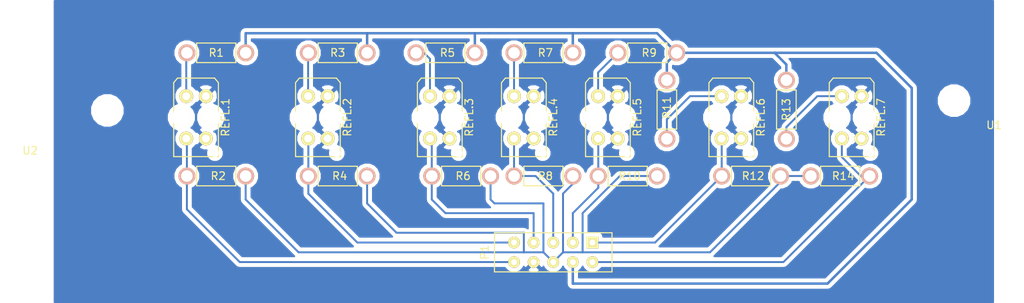
<source format=kicad_pcb>
(kicad_pcb (version 4) (host pcbnew 4.0.2+dfsg1-stable)

  (general
    (links 49)
    (no_connects 0)
    (area 14.361286 25.654 147.690715 65.024001)
    (thickness 1.6)
    (drawings 0)
    (tracks 102)
    (zones 0)
    (modules 24)
    (nets 18)
  )

  (page User 159.995 110.007)
  (title_block
    (title "CARTE REFLECTEURS")
    (date 2016-06-04)
    (rev 1.0)
    (company IPSA)
  )

  (layers
    (0 F.Cu signal)
    (31 B.Cu signal)
    (32 B.Adhes user)
    (33 F.Adhes user)
    (34 B.Paste user)
    (35 F.Paste user)
    (36 B.SilkS user)
    (37 F.SilkS user)
    (38 B.Mask user)
    (39 F.Mask user)
    (40 Dwgs.User user)
    (41 Cmts.User user)
    (42 Eco1.User user)
    (43 Eco2.User user)
    (44 Edge.Cuts user)
    (45 Margin user)
    (46 B.CrtYd user)
    (47 F.CrtYd user)
    (48 B.Fab user)
    (49 F.Fab user)
  )

  (setup
    (last_trace_width 0.25)
    (trace_clearance 0.32)
    (zone_clearance 0.508)
    (zone_45_only yes)
    (trace_min 0.2)
    (segment_width 0.2)
    (edge_width 0.15)
    (via_size 1.5)
    (via_drill 1)
    (via_min_size 1.5)
    (via_min_drill 0.3)
    (uvia_size 0.3)
    (uvia_drill 0.1)
    (uvias_allowed no)
    (uvia_min_size 0.2)
    (uvia_min_drill 0.1)
    (pcb_text_width 0.3)
    (pcb_text_size 1.5 1.5)
    (mod_edge_width 0.15)
    (mod_text_size 1 1)
    (mod_text_width 0.15)
    (pad_size 3.2 3.2)
    (pad_drill 3.2)
    (pad_to_mask_clearance 0.2)
    (aux_axis_origin 0 0)
    (visible_elements FFFFFF7F)
    (pcbplotparams
      (layerselection 0x00030_80000001)
      (usegerberextensions false)
      (excludeedgelayer true)
      (linewidth 0.100000)
      (plotframeref false)
      (viasonmask false)
      (mode 1)
      (useauxorigin false)
      (hpglpennumber 1)
      (hpglpenspeed 20)
      (hpglpendiameter 15)
      (hpglpenoverlay 2)
      (psnegative false)
      (psa4output false)
      (plotreference true)
      (plotvalue true)
      (plotinvisibletext false)
      (padsonsilk false)
      (subtractmaskfromsilk false)
      (outputformat 1)
      (mirror false)
      (drillshape 1)
      (scaleselection 1)
      (outputdirectory ../../Rapport/LaTeX/Graphics/Sources/ANNEXES/))
  )

  (net 0 "")
  (net 1 GND)
  (net 2 "Net-(P1-Pad3)")
  (net 3 "Net-(P1-Pad5)")
  (net 4 "Net-(P1-Pad7)")
  (net 5 "Net-(P1-Pad9)")
  (net 6 +1V5)
  (net 7 +5V)
  (net 8 "Net-(R1-Pad1)")
  (net 9 "Net-(R3-Pad1)")
  (net 10 "Net-(R5-Pad1)")
  (net 11 "Net-(R7-Pad1)")
  (net 12 "Net-(R9-Pad1)")
  (net 13 "Net-(R11-Pad1)")
  (net 14 "Net-(R13-Pad1)")
  (net 15 "Net-(P1-Pad10)")
  (net 16 "Net-(P1-Pad1)")
  (net 17 "Net-(P1-Pad2)")

  (net_class Default "This is the default net class."
    (clearance 0.32)
    (trace_width 0.25)
    (via_dia 1.5)
    (via_drill 1)
    (uvia_dia 0.3)
    (uvia_drill 0.1)
    (add_net +1V5)
    (add_net "Net-(P1-Pad1)")
    (add_net "Net-(P1-Pad10)")
    (add_net "Net-(P1-Pad2)")
    (add_net "Net-(P1-Pad3)")
    (add_net "Net-(P1-Pad5)")
    (add_net "Net-(P1-Pad7)")
    (add_net "Net-(P1-Pad9)")
    (add_net "Net-(R1-Pad1)")
    (add_net "Net-(R11-Pad1)")
    (add_net "Net-(R13-Pad1)")
    (add_net "Net-(R3-Pad1)")
    (add_net "Net-(R5-Pad1)")
    (add_net "Net-(R7-Pad1)")
    (add_net "Net-(R9-Pad1)")
  )

  (net_class Alim ""
    (clearance 0.32)
    (trace_width 0.32)
    (via_dia 1.5)
    (via_drill 1)
    (uvia_dia 0.3)
    (uvia_drill 0.1)
    (add_net +5V)
    (add_net GND)
  )

  (module Perso:HE10-10 (layer F.Cu) (tedit 5752E1CC) (tstamp 5752F039)
    (at 86.36 58.42 270)
    (path /5752FFB6)
    (fp_text reference P1 (at 0 8.89 270) (layer F.SilkS)
      (effects (font (size 1 1) (thickness 0.15)))
    )
    (fp_text value HE10-10 (at 0 -8.89 270) (layer F.Fab)
      (effects (font (size 1 1) (thickness 0.15)))
    )
    (fp_line (start -2.54 -7.62) (end 2.54 -7.62) (layer F.SilkS) (width 0.15))
    (fp_line (start 2.54 -7.62) (end 2.54 7.62) (layer F.SilkS) (width 0.15))
    (fp_line (start 2.54 7.62) (end -2.54 7.62) (layer F.SilkS) (width 0.15))
    (fp_line (start -2.54 7.62) (end -2.54 -7.62) (layer F.SilkS) (width 0.15))
    (pad 6 thru_hole circle (at 1.27 0 270) (size 1.524 1.524) (drill 0.762) (layers *.Cu *.Mask F.SilkS)
      (net 6 +1V5))
    (pad 4 thru_hole circle (at 1.27 -2.54 270) (size 1.524 1.524) (drill 0.762) (layers *.Cu *.Mask F.SilkS)
      (net 7 +5V))
    (pad 3 thru_hole circle (at -1.27 -2.54 270) (size 1.524 1.524) (drill 0.762) (layers *.Cu *.Mask F.SilkS)
      (net 2 "Net-(P1-Pad3)"))
    (pad 5 thru_hole circle (at -1.27 0 270) (size 1.524 1.524) (drill 0.762) (layers *.Cu *.Mask F.SilkS)
      (net 3 "Net-(P1-Pad5)"))
    (pad 7 thru_hole circle (at -1.27 2.54 270) (size 1.524 1.524) (drill 0.762) (layers *.Cu *.Mask F.SilkS)
      (net 4 "Net-(P1-Pad7)"))
    (pad 8 thru_hole circle (at 1.27 2.54 270) (size 1.524 1.524) (drill 0.762) (layers *.Cu *.Mask F.SilkS)
      (net 1 GND))
    (pad 9 thru_hole circle (at -1.27 5.08 270) (size 1.524 1.524) (drill 0.762) (layers *.Cu *.Mask F.SilkS)
      (net 5 "Net-(P1-Pad9)"))
    (pad 10 thru_hole circle (at 1.27 5.08 270) (size 1.524 1.524) (drill 0.762) (layers *.Cu *.Mask F.SilkS)
      (net 15 "Net-(P1-Pad10)"))
    (pad 1 thru_hole rect (at -1.27 -5.08 270) (size 1.524 1.524) (drill 0.762) (layers *.Cu *.Mask F.SilkS)
      (net 16 "Net-(P1-Pad1)"))
    (pad 2 thru_hole circle (at 1.27 -5.08 270) (size 1.524 1.524) (drill 0.762) (layers *.Cu *.Mask F.SilkS)
      (net 17 "Net-(P1-Pad2)"))
  )

  (module Perso:TRCT5000 (layer F.Cu) (tedit 5752EE5C) (tstamp 5752F09E)
    (at 40.05 40.894 90)
    (path /5752E73B)
    (fp_text reference REFL.1 (at 0 3.81 90) (layer F.SilkS)
      (effects (font (size 1 1) (thickness 0.15)))
    )
    (fp_text value TCRT5000 (at 0 -3.81 90) (layer F.Fab)
      (effects (font (size 1 1) (thickness 0.15)))
    )
    (fp_line (start -5.1 -2.9) (end -5.1 2.9) (layer F.SilkS) (width 0.15))
    (fp_line (start -5.1 -2.9) (end 4.5 -2.9) (layer F.SilkS) (width 0.15))
    (fp_line (start 4.5 -2.9) (end 5.1 -2.4) (layer F.SilkS) (width 0.15))
    (fp_line (start 5.1 -2.4) (end 5.1 2.4) (layer F.SilkS) (width 0.15))
    (fp_line (start 5.1 2.4) (end 4.5 2.9) (layer F.SilkS) (width 0.15))
    (fp_line (start 4.5 2.9) (end -5.1 2.9) (layer F.SilkS) (width 0.15))
    (pad 2 thru_hole circle (at -2.75 -1.27 90) (size 1.8 1.8) (drill 1) (layers *.Cu *.Mask F.SilkS)
      (net 15 "Net-(P1-Pad10)"))
    (pad 1 thru_hole circle (at 2.75 -1.27 90) (size 1.8 1.8) (drill 1) (layers *.Cu *.Mask F.SilkS)
      (net 8 "Net-(R1-Pad1)"))
    (pad 3 thru_hole circle (at -2.75 1.27 90) (size 1.8 1.8) (drill 1) (layers *.Cu *.Mask F.SilkS)
      (net 1 GND))
    (pad 4 thru_hole circle (at 2.75 1.27 90) (size 1.8 1.8) (drill 1) (layers *.Cu *.Mask F.SilkS)
      (net 1 GND))
    (pad "" np_thru_hole circle (at 0 1.9 90) (size 2.5 2.5) (drill 2.5) (layers *.Cu *.Mask F.SilkS))
    (pad "" np_thru_hole circle (at 0 -1.9 90) (size 2.5 2.5) (drill 2.5) (layers *.Cu *.Mask F.SilkS))
    (pad "" np_thru_hole circle (at -4.65 2.45 90) (size 1 1) (drill 1) (layers *.Cu *.Mask F.SilkS))
  )

  (module Perso:TRCT5000 (layer F.Cu) (tedit 5752EE5C) (tstamp 5752F0AF)
    (at 55.85 40.894 90)
    (path /5752F7F5)
    (fp_text reference REFL.2 (at 0 3.81 90) (layer F.SilkS)
      (effects (font (size 1 1) (thickness 0.15)))
    )
    (fp_text value TCRT5000 (at 0 -3.81 90) (layer F.Fab)
      (effects (font (size 1 1) (thickness 0.15)))
    )
    (fp_line (start -5.1 -2.9) (end -5.1 2.9) (layer F.SilkS) (width 0.15))
    (fp_line (start -5.1 -2.9) (end 4.5 -2.9) (layer F.SilkS) (width 0.15))
    (fp_line (start 4.5 -2.9) (end 5.1 -2.4) (layer F.SilkS) (width 0.15))
    (fp_line (start 5.1 -2.4) (end 5.1 2.4) (layer F.SilkS) (width 0.15))
    (fp_line (start 5.1 2.4) (end 4.5 2.9) (layer F.SilkS) (width 0.15))
    (fp_line (start 4.5 2.9) (end -5.1 2.9) (layer F.SilkS) (width 0.15))
    (pad 2 thru_hole circle (at -2.75 -1.27 90) (size 1.8 1.8) (drill 1) (layers *.Cu *.Mask F.SilkS)
      (net 5 "Net-(P1-Pad9)"))
    (pad 1 thru_hole circle (at 2.75 -1.27 90) (size 1.8 1.8) (drill 1) (layers *.Cu *.Mask F.SilkS)
      (net 9 "Net-(R3-Pad1)"))
    (pad 3 thru_hole circle (at -2.75 1.27 90) (size 1.8 1.8) (drill 1) (layers *.Cu *.Mask F.SilkS)
      (net 1 GND))
    (pad 4 thru_hole circle (at 2.75 1.27 90) (size 1.8 1.8) (drill 1) (layers *.Cu *.Mask F.SilkS)
      (net 1 GND))
    (pad "" np_thru_hole circle (at 0 1.9 90) (size 2.5 2.5) (drill 2.5) (layers *.Cu *.Mask F.SilkS))
    (pad "" np_thru_hole circle (at 0 -1.9 90) (size 2.5 2.5) (drill 2.5) (layers *.Cu *.Mask F.SilkS))
    (pad "" np_thru_hole circle (at -4.65 2.45 90) (size 1 1) (drill 1) (layers *.Cu *.Mask F.SilkS))
  )

  (module Perso:TRCT5000 (layer F.Cu) (tedit 5752EE5C) (tstamp 5752F0C0)
    (at 71.65 40.894 90)
    (path /5752F9B4)
    (fp_text reference REFL.3 (at 0 3.81 90) (layer F.SilkS)
      (effects (font (size 1 1) (thickness 0.15)))
    )
    (fp_text value TCRT5000 (at 0 -3.81 90) (layer F.Fab)
      (effects (font (size 1 1) (thickness 0.15)))
    )
    (fp_line (start -5.1 -2.9) (end -5.1 2.9) (layer F.SilkS) (width 0.15))
    (fp_line (start -5.1 -2.9) (end 4.5 -2.9) (layer F.SilkS) (width 0.15))
    (fp_line (start 4.5 -2.9) (end 5.1 -2.4) (layer F.SilkS) (width 0.15))
    (fp_line (start 5.1 -2.4) (end 5.1 2.4) (layer F.SilkS) (width 0.15))
    (fp_line (start 5.1 2.4) (end 4.5 2.9) (layer F.SilkS) (width 0.15))
    (fp_line (start 4.5 2.9) (end -5.1 2.9) (layer F.SilkS) (width 0.15))
    (pad 2 thru_hole circle (at -2.75 -1.27 90) (size 1.8 1.8) (drill 1) (layers *.Cu *.Mask F.SilkS)
      (net 4 "Net-(P1-Pad7)"))
    (pad 1 thru_hole circle (at 2.75 -1.27 90) (size 1.8 1.8) (drill 1) (layers *.Cu *.Mask F.SilkS)
      (net 10 "Net-(R5-Pad1)"))
    (pad 3 thru_hole circle (at -2.75 1.27 90) (size 1.8 1.8) (drill 1) (layers *.Cu *.Mask F.SilkS)
      (net 1 GND))
    (pad 4 thru_hole circle (at 2.75 1.27 90) (size 1.8 1.8) (drill 1) (layers *.Cu *.Mask F.SilkS)
      (net 1 GND))
    (pad "" np_thru_hole circle (at 0 1.9 90) (size 2.5 2.5) (drill 2.5) (layers *.Cu *.Mask F.SilkS))
    (pad "" np_thru_hole circle (at 0 -1.9 90) (size 2.5 2.5) (drill 2.5) (layers *.Cu *.Mask F.SilkS))
    (pad "" np_thru_hole circle (at -4.65 2.45 90) (size 1 1) (drill 1) (layers *.Cu *.Mask F.SilkS))
  )

  (module Perso:TRCT5000 (layer F.Cu) (tedit 5752EE5C) (tstamp 5752F0D1)
    (at 82.55 40.894 90)
    (path /5752F9DB)
    (fp_text reference REFL.4 (at 0 3.81 90) (layer F.SilkS)
      (effects (font (size 1 1) (thickness 0.15)))
    )
    (fp_text value TCRT5000 (at 0 -3.81 90) (layer F.Fab)
      (effects (font (size 1 1) (thickness 0.15)))
    )
    (fp_line (start -5.1 -2.9) (end -5.1 2.9) (layer F.SilkS) (width 0.15))
    (fp_line (start -5.1 -2.9) (end 4.5 -2.9) (layer F.SilkS) (width 0.15))
    (fp_line (start 4.5 -2.9) (end 5.1 -2.4) (layer F.SilkS) (width 0.15))
    (fp_line (start 5.1 -2.4) (end 5.1 2.4) (layer F.SilkS) (width 0.15))
    (fp_line (start 5.1 2.4) (end 4.5 2.9) (layer F.SilkS) (width 0.15))
    (fp_line (start 4.5 2.9) (end -5.1 2.9) (layer F.SilkS) (width 0.15))
    (pad 2 thru_hole circle (at -2.75 -1.27 90) (size 1.8 1.8) (drill 1) (layers *.Cu *.Mask F.SilkS)
      (net 3 "Net-(P1-Pad5)"))
    (pad 1 thru_hole circle (at 2.75 -1.27 90) (size 1.8 1.8) (drill 1) (layers *.Cu *.Mask F.SilkS)
      (net 11 "Net-(R7-Pad1)"))
    (pad 3 thru_hole circle (at -2.75 1.27 90) (size 1.8 1.8) (drill 1) (layers *.Cu *.Mask F.SilkS)
      (net 1 GND))
    (pad 4 thru_hole circle (at 2.75 1.27 90) (size 1.8 1.8) (drill 1) (layers *.Cu *.Mask F.SilkS)
      (net 1 GND))
    (pad "" np_thru_hole circle (at 0 1.9 90) (size 2.5 2.5) (drill 2.5) (layers *.Cu *.Mask F.SilkS))
    (pad "" np_thru_hole circle (at 0 -1.9 90) (size 2.5 2.5) (drill 2.5) (layers *.Cu *.Mask F.SilkS))
    (pad "" np_thru_hole circle (at -4.65 2.45 90) (size 1 1) (drill 1) (layers *.Cu *.Mask F.SilkS))
  )

  (module Perso:TRCT5000 (layer F.Cu) (tedit 5752EE5C) (tstamp 5752F0E2)
    (at 93.45 40.894 90)
    (path /5752FE3A)
    (fp_text reference REFL.5 (at 0 3.81 90) (layer F.SilkS)
      (effects (font (size 1 1) (thickness 0.15)))
    )
    (fp_text value TCRT5000 (at 0 -3.81 90) (layer F.Fab)
      (effects (font (size 1 1) (thickness 0.15)))
    )
    (fp_line (start -5.1 -2.9) (end -5.1 2.9) (layer F.SilkS) (width 0.15))
    (fp_line (start -5.1 -2.9) (end 4.5 -2.9) (layer F.SilkS) (width 0.15))
    (fp_line (start 4.5 -2.9) (end 5.1 -2.4) (layer F.SilkS) (width 0.15))
    (fp_line (start 5.1 -2.4) (end 5.1 2.4) (layer F.SilkS) (width 0.15))
    (fp_line (start 5.1 2.4) (end 4.5 2.9) (layer F.SilkS) (width 0.15))
    (fp_line (start 4.5 2.9) (end -5.1 2.9) (layer F.SilkS) (width 0.15))
    (pad 2 thru_hole circle (at -2.75 -1.27 90) (size 1.8 1.8) (drill 1) (layers *.Cu *.Mask F.SilkS)
      (net 2 "Net-(P1-Pad3)"))
    (pad 1 thru_hole circle (at 2.75 -1.27 90) (size 1.8 1.8) (drill 1) (layers *.Cu *.Mask F.SilkS)
      (net 12 "Net-(R9-Pad1)"))
    (pad 3 thru_hole circle (at -2.75 1.27 90) (size 1.8 1.8) (drill 1) (layers *.Cu *.Mask F.SilkS)
      (net 1 GND))
    (pad 4 thru_hole circle (at 2.75 1.27 90) (size 1.8 1.8) (drill 1) (layers *.Cu *.Mask F.SilkS)
      (net 1 GND))
    (pad "" np_thru_hole circle (at 0 1.9 90) (size 2.5 2.5) (drill 2.5) (layers *.Cu *.Mask F.SilkS))
    (pad "" np_thru_hole circle (at 0 -1.9 90) (size 2.5 2.5) (drill 2.5) (layers *.Cu *.Mask F.SilkS))
    (pad "" np_thru_hole circle (at -4.65 2.45 90) (size 1 1) (drill 1) (layers *.Cu *.Mask F.SilkS))
  )

  (module Perso:TRCT5000 (layer F.Cu) (tedit 5752EE5C) (tstamp 5752F0F3)
    (at 109.45 40.894 90)
    (path /5752FE61)
    (fp_text reference REFL.6 (at 0 3.81 90) (layer F.SilkS)
      (effects (font (size 1 1) (thickness 0.15)))
    )
    (fp_text value TCRT5000 (at 0 -3.81 90) (layer F.Fab)
      (effects (font (size 1 1) (thickness 0.15)))
    )
    (fp_line (start -5.1 -2.9) (end -5.1 2.9) (layer F.SilkS) (width 0.15))
    (fp_line (start -5.1 -2.9) (end 4.5 -2.9) (layer F.SilkS) (width 0.15))
    (fp_line (start 4.5 -2.9) (end 5.1 -2.4) (layer F.SilkS) (width 0.15))
    (fp_line (start 5.1 -2.4) (end 5.1 2.4) (layer F.SilkS) (width 0.15))
    (fp_line (start 5.1 2.4) (end 4.5 2.9) (layer F.SilkS) (width 0.15))
    (fp_line (start 4.5 2.9) (end -5.1 2.9) (layer F.SilkS) (width 0.15))
    (pad 2 thru_hole circle (at -2.75 -1.27 90) (size 1.8 1.8) (drill 1) (layers *.Cu *.Mask F.SilkS)
      (net 16 "Net-(P1-Pad1)"))
    (pad 1 thru_hole circle (at 2.75 -1.27 90) (size 1.8 1.8) (drill 1) (layers *.Cu *.Mask F.SilkS)
      (net 13 "Net-(R11-Pad1)"))
    (pad 3 thru_hole circle (at -2.75 1.27 90) (size 1.8 1.8) (drill 1) (layers *.Cu *.Mask F.SilkS)
      (net 1 GND))
    (pad 4 thru_hole circle (at 2.75 1.27 90) (size 1.8 1.8) (drill 1) (layers *.Cu *.Mask F.SilkS)
      (net 1 GND))
    (pad "" np_thru_hole circle (at 0 1.9 90) (size 2.5 2.5) (drill 2.5) (layers *.Cu *.Mask F.SilkS))
    (pad "" np_thru_hole circle (at 0 -1.9 90) (size 2.5 2.5) (drill 2.5) (layers *.Cu *.Mask F.SilkS))
    (pad "" np_thru_hole circle (at -4.65 2.45 90) (size 1 1) (drill 1) (layers *.Cu *.Mask F.SilkS))
  )

  (module Perso:TRCT5000 (layer F.Cu) (tedit 5752EE5C) (tstamp 5752F104)
    (at 125.05 40.894 90)
    (path /5752FE88)
    (fp_text reference REFL.7 (at 0 3.81 90) (layer F.SilkS)
      (effects (font (size 1 1) (thickness 0.15)))
    )
    (fp_text value TCRT5000 (at 0 -3.81 90) (layer F.Fab)
      (effects (font (size 1 1) (thickness 0.15)))
    )
    (fp_line (start -5.1 -2.9) (end -5.1 2.9) (layer F.SilkS) (width 0.15))
    (fp_line (start -5.1 -2.9) (end 4.5 -2.9) (layer F.SilkS) (width 0.15))
    (fp_line (start 4.5 -2.9) (end 5.1 -2.4) (layer F.SilkS) (width 0.15))
    (fp_line (start 5.1 -2.4) (end 5.1 2.4) (layer F.SilkS) (width 0.15))
    (fp_line (start 5.1 2.4) (end 4.5 2.9) (layer F.SilkS) (width 0.15))
    (fp_line (start 4.5 2.9) (end -5.1 2.9) (layer F.SilkS) (width 0.15))
    (pad 2 thru_hole circle (at -2.75 -1.27 90) (size 1.8 1.8) (drill 1) (layers *.Cu *.Mask F.SilkS)
      (net 17 "Net-(P1-Pad2)"))
    (pad 1 thru_hole circle (at 2.75 -1.27 90) (size 1.8 1.8) (drill 1) (layers *.Cu *.Mask F.SilkS)
      (net 14 "Net-(R13-Pad1)"))
    (pad 3 thru_hole circle (at -2.75 1.27 90) (size 1.8 1.8) (drill 1) (layers *.Cu *.Mask F.SilkS)
      (net 1 GND))
    (pad 4 thru_hole circle (at 2.75 1.27 90) (size 1.8 1.8) (drill 1) (layers *.Cu *.Mask F.SilkS)
      (net 1 GND))
    (pad "" np_thru_hole circle (at 0 1.9 90) (size 2.5 2.5) (drill 2.5) (layers *.Cu *.Mask F.SilkS))
    (pad "" np_thru_hole circle (at 0 -1.9 90) (size 2.5 2.5) (drill 2.5) (layers *.Cu *.Mask F.SilkS))
    (pad "" np_thru_hole circle (at -4.65 2.45 90) (size 1 1) (drill 1) (layers *.Cu *.Mask F.SilkS))
  )

  (module Perso:3mmHOLE (layer F.Cu) (tedit 575301F6) (tstamp 5752FA0C)
    (at 143.51 39.37)
    (path /575339ED)
    (fp_text reference U1 (at 0 2.54) (layer F.SilkS)
      (effects (font (size 1 1) (thickness 0.15)))
    )
    (fp_text value 3mm_hole (at 0 -2.54) (layer F.Fab)
      (effects (font (size 1 1) (thickness 0.15)))
    )
    (pad "" np_thru_hole circle (at -5.182 -0.646) (size 3.2 3.2) (drill 3.2) (layers *.Cu *.Mask F.SilkS))
  )

  (module Perso:3mmHOLE (layer F.Cu) (tedit 5752FCF3) (tstamp 5752FA11)
    (at 18.542 42.672)
    (path /57533B03)
    (fp_text reference U2 (at 0 2.54) (layer F.SilkS)
      (effects (font (size 1 1) (thickness 0.15)))
    )
    (fp_text value 3mm_hole (at 0 -2.54) (layer F.Fab)
      (effects (font (size 1 1) (thickness 0.15)))
    )
    (pad "" np_thru_hole circle (at 10.008 -2.678) (size 3.2 3.2) (drill 3.2) (layers *.Cu *.Mask F.SilkS))
  )

  (module Perso:Resistor_Horizontal_RM7mm (layer F.Cu) (tedit 57595CBA) (tstamp 5752F075)
    (at 92.202 48.514)
    (descr "Resistor, Axial,  RM 7.62mm, 1/3W,")
    (tags "Resistor Axial RM 7.62mm 1/3W R3")
    (path /5752FE55)
    (fp_text reference R10 (at 4.064 0) (layer F.SilkS)
      (effects (font (size 1 1) (thickness 0.15)))
    )
    (fp_text value R (at 4.064 1.524) (layer F.Fab)
      (effects (font (size 1 1) (thickness 0.15)))
    )
    (fp_line (start -1.25 -1.5) (end 8.85 -1.5) (layer F.CrtYd) (width 0.05))
    (fp_line (start -1.25 1.5) (end -1.25 -1.5) (layer F.CrtYd) (width 0.05))
    (fp_line (start 8.85 -1.5) (end 8.85 1.5) (layer F.CrtYd) (width 0.05))
    (fp_line (start -1.25 1.5) (end 8.85 1.5) (layer F.CrtYd) (width 0.05))
    (fp_line (start 1.27 -1.27) (end 6.35 -1.27) (layer F.SilkS) (width 0.15))
    (fp_line (start 6.35 -1.27) (end 6.35 1.27) (layer F.SilkS) (width 0.15))
    (fp_line (start 6.35 1.27) (end 1.27 1.27) (layer F.SilkS) (width 0.15))
    (fp_line (start 1.27 1.27) (end 1.27 -1.27) (layer F.SilkS) (width 0.15))
    (pad 1 thru_hole circle (at 0 0) (size 2.2 2.2) (drill 1.5) (layers *.Cu *.SilkS *.Mask)
      (net 2 "Net-(P1-Pad3)"))
    (pad 2 thru_hole circle (at 7.62 0) (size 2.2 2.2) (drill 1.5) (layers *.Cu *.SilkS *.Mask)
      (net 6 +1V5))
  )

  (module Perso:Resistor_Horizontal_RM7mm (layer F.Cu) (tedit 57595CB2) (tstamp 5752F069)
    (at 81.28 48.514)
    (descr "Resistor, Axial,  RM 7.62mm, 1/3W,")
    (tags "Resistor Axial RM 7.62mm 1/3W R3")
    (path /5752F9F6)
    (fp_text reference R8 (at 4.064 0) (layer F.SilkS)
      (effects (font (size 1 1) (thickness 0.15)))
    )
    (fp_text value R (at 4.064 1.524) (layer F.Fab)
      (effects (font (size 1 1) (thickness 0.15)))
    )
    (fp_line (start -1.25 -1.5) (end 8.85 -1.5) (layer F.CrtYd) (width 0.05))
    (fp_line (start -1.25 1.5) (end -1.25 -1.5) (layer F.CrtYd) (width 0.05))
    (fp_line (start 8.85 -1.5) (end 8.85 1.5) (layer F.CrtYd) (width 0.05))
    (fp_line (start -1.25 1.5) (end 8.85 1.5) (layer F.CrtYd) (width 0.05))
    (fp_line (start 1.27 -1.27) (end 6.35 -1.27) (layer F.SilkS) (width 0.15))
    (fp_line (start 6.35 -1.27) (end 6.35 1.27) (layer F.SilkS) (width 0.15))
    (fp_line (start 6.35 1.27) (end 1.27 1.27) (layer F.SilkS) (width 0.15))
    (fp_line (start 1.27 1.27) (end 1.27 -1.27) (layer F.SilkS) (width 0.15))
    (pad 1 thru_hole circle (at 0 0) (size 2.2 2.2) (drill 1.5) (layers *.Cu *.SilkS *.Mask)
      (net 3 "Net-(P1-Pad5)"))
    (pad 2 thru_hole circle (at 7.62 0) (size 2.2 2.2) (drill 1.5) (layers *.Cu *.SilkS *.Mask)
      (net 6 +1V5))
  )

  (module Perso:Resistor_Horizontal_RM7mm (layer F.Cu) (tedit 57595CAB) (tstamp 5752F05D)
    (at 70.612 48.514)
    (descr "Resistor, Axial,  RM 7.62mm, 1/3W,")
    (tags "Resistor Axial RM 7.62mm 1/3W R3")
    (path /5752F9CF)
    (fp_text reference R6 (at 4.064 0) (layer F.SilkS)
      (effects (font (size 1 1) (thickness 0.15)))
    )
    (fp_text value R (at 4.064 1.524) (layer F.Fab)
      (effects (font (size 1 1) (thickness 0.15)))
    )
    (fp_line (start -1.25 -1.5) (end 8.85 -1.5) (layer F.CrtYd) (width 0.05))
    (fp_line (start -1.25 1.5) (end -1.25 -1.5) (layer F.CrtYd) (width 0.05))
    (fp_line (start 8.85 -1.5) (end 8.85 1.5) (layer F.CrtYd) (width 0.05))
    (fp_line (start -1.25 1.5) (end 8.85 1.5) (layer F.CrtYd) (width 0.05))
    (fp_line (start 1.27 -1.27) (end 6.35 -1.27) (layer F.SilkS) (width 0.15))
    (fp_line (start 6.35 -1.27) (end 6.35 1.27) (layer F.SilkS) (width 0.15))
    (fp_line (start 6.35 1.27) (end 1.27 1.27) (layer F.SilkS) (width 0.15))
    (fp_line (start 1.27 1.27) (end 1.27 -1.27) (layer F.SilkS) (width 0.15))
    (pad 1 thru_hole circle (at 0 0) (size 2.2 2.2) (drill 1.5) (layers *.Cu *.SilkS *.Mask)
      (net 4 "Net-(P1-Pad7)"))
    (pad 2 thru_hole circle (at 7.62 0) (size 2.2 2.2) (drill 1.5) (layers *.Cu *.SilkS *.Mask)
      (net 6 +1V5))
  )

  (module Perso:Resistor_Horizontal_RM7mm (layer F.Cu) (tedit 57595C9A) (tstamp 5752F051)
    (at 54.61 48.514)
    (descr "Resistor, Axial,  RM 7.62mm, 1/3W,")
    (tags "Resistor Axial RM 7.62mm 1/3W R3")
    (path /5752F810)
    (fp_text reference R4 (at 4.064 0) (layer F.SilkS)
      (effects (font (size 1 1) (thickness 0.15)))
    )
    (fp_text value R (at 4.318 1.524) (layer F.Fab)
      (effects (font (size 1 1) (thickness 0.15)))
    )
    (fp_line (start -1.25 -1.5) (end 8.85 -1.5) (layer F.CrtYd) (width 0.05))
    (fp_line (start -1.25 1.5) (end -1.25 -1.5) (layer F.CrtYd) (width 0.05))
    (fp_line (start 8.85 -1.5) (end 8.85 1.5) (layer F.CrtYd) (width 0.05))
    (fp_line (start -1.25 1.5) (end 8.85 1.5) (layer F.CrtYd) (width 0.05))
    (fp_line (start 1.27 -1.27) (end 6.35 -1.27) (layer F.SilkS) (width 0.15))
    (fp_line (start 6.35 -1.27) (end 6.35 1.27) (layer F.SilkS) (width 0.15))
    (fp_line (start 6.35 1.27) (end 1.27 1.27) (layer F.SilkS) (width 0.15))
    (fp_line (start 1.27 1.27) (end 1.27 -1.27) (layer F.SilkS) (width 0.15))
    (pad 1 thru_hole circle (at 0 0) (size 2.2 2.2) (drill 1.5) (layers *.Cu *.SilkS *.Mask)
      (net 5 "Net-(P1-Pad9)"))
    (pad 2 thru_hole circle (at 7.62 0) (size 2.2 2.2) (drill 1.5) (layers *.Cu *.SilkS *.Mask)
      (net 6 +1V5))
  )

  (module Perso:Resistor_Horizontal_RM7mm (layer F.Cu) (tedit 57595CC1) (tstamp 5752F081)
    (at 108.204 48.514)
    (descr "Resistor, Axial,  RM 7.62mm, 1/3W,")
    (tags "Resistor Axial RM 7.62mm 1/3W R3")
    (path /5752FE7C)
    (fp_text reference R12 (at 4.064 0) (layer F.SilkS)
      (effects (font (size 1 1) (thickness 0.15)))
    )
    (fp_text value R (at 4.064 1.524) (layer F.Fab)
      (effects (font (size 1 1) (thickness 0.15)))
    )
    (fp_line (start -1.25 -1.5) (end 8.85 -1.5) (layer F.CrtYd) (width 0.05))
    (fp_line (start -1.25 1.5) (end -1.25 -1.5) (layer F.CrtYd) (width 0.05))
    (fp_line (start 8.85 -1.5) (end 8.85 1.5) (layer F.CrtYd) (width 0.05))
    (fp_line (start -1.25 1.5) (end 8.85 1.5) (layer F.CrtYd) (width 0.05))
    (fp_line (start 1.27 -1.27) (end 6.35 -1.27) (layer F.SilkS) (width 0.15))
    (fp_line (start 6.35 -1.27) (end 6.35 1.27) (layer F.SilkS) (width 0.15))
    (fp_line (start 6.35 1.27) (end 1.27 1.27) (layer F.SilkS) (width 0.15))
    (fp_line (start 1.27 1.27) (end 1.27 -1.27) (layer F.SilkS) (width 0.15))
    (pad 1 thru_hole circle (at 0 0) (size 2.2 2.2) (drill 1.5) (layers *.Cu *.SilkS *.Mask)
      (net 16 "Net-(P1-Pad1)"))
    (pad 2 thru_hole circle (at 7.62 0) (size 2.2 2.2) (drill 1.5) (layers *.Cu *.SilkS *.Mask)
      (net 6 +1V5))
  )

  (module Perso:Resistor_Horizontal_RM7mm (layer F.Cu) (tedit 57595CC7) (tstamp 5752F08D)
    (at 127.381 48.514 180)
    (descr "Resistor, Axial,  RM 7.62mm, 1/3W,")
    (tags "Resistor Axial RM 7.62mm 1/3W R3")
    (path /5752FEA3)
    (fp_text reference R14 (at 3.429 0 360) (layer F.SilkS)
      (effects (font (size 1 1) (thickness 0.15)))
    )
    (fp_text value R (at 3.429 -1.524 180) (layer F.Fab)
      (effects (font (size 1 1) (thickness 0.15)))
    )
    (fp_line (start -1.25 -1.5) (end 8.85 -1.5) (layer F.CrtYd) (width 0.05))
    (fp_line (start -1.25 1.5) (end -1.25 -1.5) (layer F.CrtYd) (width 0.05))
    (fp_line (start 8.85 -1.5) (end 8.85 1.5) (layer F.CrtYd) (width 0.05))
    (fp_line (start -1.25 1.5) (end 8.85 1.5) (layer F.CrtYd) (width 0.05))
    (fp_line (start 1.27 -1.27) (end 6.35 -1.27) (layer F.SilkS) (width 0.15))
    (fp_line (start 6.35 -1.27) (end 6.35 1.27) (layer F.SilkS) (width 0.15))
    (fp_line (start 6.35 1.27) (end 1.27 1.27) (layer F.SilkS) (width 0.15))
    (fp_line (start 1.27 1.27) (end 1.27 -1.27) (layer F.SilkS) (width 0.15))
    (pad 1 thru_hole circle (at 0 0 180) (size 2.2 2.2) (drill 1.5) (layers *.Cu *.SilkS *.Mask)
      (net 17 "Net-(P1-Pad2)"))
    (pad 2 thru_hole circle (at 7.62 0 180) (size 2.2 2.2) (drill 1.5) (layers *.Cu *.SilkS *.Mask)
      (net 6 +1V5))
  )

  (module Perso:Resistor_Horizontal_RM7mm (layer F.Cu) (tedit 57595C50) (tstamp 5752F03F)
    (at 38.862 32.512)
    (descr "Resistor, Axial,  RM 7.62mm, 1/3W,")
    (tags "Resistor Axial RM 7.62mm 1/3W R3")
    (path /5752E81C)
    (fp_text reference R1 (at 3.81 0) (layer F.SilkS)
      (effects (font (size 1 1) (thickness 0.15)))
    )
    (fp_text value 180 (at 3.81 1.524) (layer F.Fab)
      (effects (font (size 1 1) (thickness 0.15)))
    )
    (fp_line (start -1.25 -1.5) (end 8.85 -1.5) (layer F.CrtYd) (width 0.05))
    (fp_line (start -1.25 1.5) (end -1.25 -1.5) (layer F.CrtYd) (width 0.05))
    (fp_line (start 8.85 -1.5) (end 8.85 1.5) (layer F.CrtYd) (width 0.05))
    (fp_line (start -1.25 1.5) (end 8.85 1.5) (layer F.CrtYd) (width 0.05))
    (fp_line (start 1.27 -1.27) (end 6.35 -1.27) (layer F.SilkS) (width 0.15))
    (fp_line (start 6.35 -1.27) (end 6.35 1.27) (layer F.SilkS) (width 0.15))
    (fp_line (start 6.35 1.27) (end 1.27 1.27) (layer F.SilkS) (width 0.15))
    (fp_line (start 1.27 1.27) (end 1.27 -1.27) (layer F.SilkS) (width 0.15))
    (pad 1 thru_hole circle (at 0 0) (size 2.2 2.2) (drill 1.5) (layers *.Cu *.SilkS *.Mask)
      (net 8 "Net-(R1-Pad1)"))
    (pad 2 thru_hole circle (at 7.62 0) (size 2.2 2.2) (drill 1.5) (layers *.Cu *.SilkS *.Mask)
      (net 7 +5V))
  )

  (module Perso:Resistor_Horizontal_RM7mm (layer F.Cu) (tedit 57595C55) (tstamp 5752F04B)
    (at 54.61 32.512)
    (descr "Resistor, Axial,  RM 7.62mm, 1/3W,")
    (tags "Resistor Axial RM 7.62mm 1/3W R3")
    (path /5752F803)
    (fp_text reference R3 (at 3.81 0) (layer F.SilkS)
      (effects (font (size 1 1) (thickness 0.15)))
    )
    (fp_text value 180 (at 3.81 1.524) (layer F.Fab)
      (effects (font (size 1 1) (thickness 0.15)))
    )
    (fp_line (start -1.25 -1.5) (end 8.85 -1.5) (layer F.CrtYd) (width 0.05))
    (fp_line (start -1.25 1.5) (end -1.25 -1.5) (layer F.CrtYd) (width 0.05))
    (fp_line (start 8.85 -1.5) (end 8.85 1.5) (layer F.CrtYd) (width 0.05))
    (fp_line (start -1.25 1.5) (end 8.85 1.5) (layer F.CrtYd) (width 0.05))
    (fp_line (start 1.27 -1.27) (end 6.35 -1.27) (layer F.SilkS) (width 0.15))
    (fp_line (start 6.35 -1.27) (end 6.35 1.27) (layer F.SilkS) (width 0.15))
    (fp_line (start 6.35 1.27) (end 1.27 1.27) (layer F.SilkS) (width 0.15))
    (fp_line (start 1.27 1.27) (end 1.27 -1.27) (layer F.SilkS) (width 0.15))
    (pad 1 thru_hole circle (at 0 0) (size 2.2 2.2) (drill 1.5) (layers *.Cu *.SilkS *.Mask)
      (net 9 "Net-(R3-Pad1)"))
    (pad 2 thru_hole circle (at 7.62 0) (size 2.2 2.2) (drill 1.5) (layers *.Cu *.SilkS *.Mask)
      (net 7 +5V))
  )

  (module Perso:Resistor_Horizontal_RM7mm (layer F.Cu) (tedit 57595C62) (tstamp 5752F057)
    (at 68.58 32.512)
    (descr "Resistor, Axial,  RM 7.62mm, 1/3W,")
    (tags "Resistor Axial RM 7.62mm 1/3W R3")
    (path /5752F9C2)
    (fp_text reference R5 (at 4.064 0) (layer F.SilkS)
      (effects (font (size 1 1) (thickness 0.15)))
    )
    (fp_text value 180 (at 4.064 1.524) (layer F.Fab)
      (effects (font (size 1 1) (thickness 0.15)))
    )
    (fp_line (start -1.25 -1.5) (end 8.85 -1.5) (layer F.CrtYd) (width 0.05))
    (fp_line (start -1.25 1.5) (end -1.25 -1.5) (layer F.CrtYd) (width 0.05))
    (fp_line (start 8.85 -1.5) (end 8.85 1.5) (layer F.CrtYd) (width 0.05))
    (fp_line (start -1.25 1.5) (end 8.85 1.5) (layer F.CrtYd) (width 0.05))
    (fp_line (start 1.27 -1.27) (end 6.35 -1.27) (layer F.SilkS) (width 0.15))
    (fp_line (start 6.35 -1.27) (end 6.35 1.27) (layer F.SilkS) (width 0.15))
    (fp_line (start 6.35 1.27) (end 1.27 1.27) (layer F.SilkS) (width 0.15))
    (fp_line (start 1.27 1.27) (end 1.27 -1.27) (layer F.SilkS) (width 0.15))
    (pad 1 thru_hole circle (at 0 0) (size 2.2 2.2) (drill 1.5) (layers *.Cu *.SilkS *.Mask)
      (net 10 "Net-(R5-Pad1)"))
    (pad 2 thru_hole circle (at 7.62 0) (size 2.2 2.2) (drill 1.5) (layers *.Cu *.SilkS *.Mask)
      (net 7 +5V))
  )

  (module Perso:Resistor_Horizontal_RM7mm (layer F.Cu) (tedit 57595C67) (tstamp 5752F063)
    (at 81.28 32.512)
    (descr "Resistor, Axial,  RM 7.62mm, 1/3W,")
    (tags "Resistor Axial RM 7.62mm 1/3W R3")
    (path /5752F9E9)
    (fp_text reference R7 (at 4.064 0) (layer F.SilkS)
      (effects (font (size 1 1) (thickness 0.15)))
    )
    (fp_text value 180 (at 4.064 1.524) (layer F.Fab)
      (effects (font (size 1 1) (thickness 0.15)))
    )
    (fp_line (start -1.25 -1.5) (end 8.85 -1.5) (layer F.CrtYd) (width 0.05))
    (fp_line (start -1.25 1.5) (end -1.25 -1.5) (layer F.CrtYd) (width 0.05))
    (fp_line (start 8.85 -1.5) (end 8.85 1.5) (layer F.CrtYd) (width 0.05))
    (fp_line (start -1.25 1.5) (end 8.85 1.5) (layer F.CrtYd) (width 0.05))
    (fp_line (start 1.27 -1.27) (end 6.35 -1.27) (layer F.SilkS) (width 0.15))
    (fp_line (start 6.35 -1.27) (end 6.35 1.27) (layer F.SilkS) (width 0.15))
    (fp_line (start 6.35 1.27) (end 1.27 1.27) (layer F.SilkS) (width 0.15))
    (fp_line (start 1.27 1.27) (end 1.27 -1.27) (layer F.SilkS) (width 0.15))
    (pad 1 thru_hole circle (at 0 0) (size 2.2 2.2) (drill 1.5) (layers *.Cu *.SilkS *.Mask)
      (net 11 "Net-(R7-Pad1)"))
    (pad 2 thru_hole circle (at 7.62 0) (size 2.2 2.2) (drill 1.5) (layers *.Cu *.SilkS *.Mask)
      (net 7 +5V))
  )

  (module Perso:Resistor_Horizontal_RM7mm (layer F.Cu) (tedit 57595C71) (tstamp 5752F06F)
    (at 94.742 32.512)
    (descr "Resistor, Axial,  RM 7.62mm, 1/3W,")
    (tags "Resistor Axial RM 7.62mm 1/3W R3")
    (path /5752FE48)
    (fp_text reference R9 (at 4.064 0) (layer F.SilkS)
      (effects (font (size 1 1) (thickness 0.15)))
    )
    (fp_text value 180 (at 3.81 1.524) (layer F.Fab)
      (effects (font (size 1 1) (thickness 0.15)))
    )
    (fp_line (start -1.25 -1.5) (end 8.85 -1.5) (layer F.CrtYd) (width 0.05))
    (fp_line (start -1.25 1.5) (end -1.25 -1.5) (layer F.CrtYd) (width 0.05))
    (fp_line (start 8.85 -1.5) (end 8.85 1.5) (layer F.CrtYd) (width 0.05))
    (fp_line (start -1.25 1.5) (end 8.85 1.5) (layer F.CrtYd) (width 0.05))
    (fp_line (start 1.27 -1.27) (end 6.35 -1.27) (layer F.SilkS) (width 0.15))
    (fp_line (start 6.35 -1.27) (end 6.35 1.27) (layer F.SilkS) (width 0.15))
    (fp_line (start 6.35 1.27) (end 1.27 1.27) (layer F.SilkS) (width 0.15))
    (fp_line (start 1.27 1.27) (end 1.27 -1.27) (layer F.SilkS) (width 0.15))
    (pad 1 thru_hole circle (at 0 0) (size 2.2 2.2) (drill 1.5) (layers *.Cu *.SilkS *.Mask)
      (net 12 "Net-(R9-Pad1)"))
    (pad 2 thru_hole circle (at 7.62 0) (size 2.2 2.2) (drill 1.5) (layers *.Cu *.SilkS *.Mask)
      (net 7 +5V))
  )

  (module Perso:Resistor_Horizontal_RM7mm (layer F.Cu) (tedit 57595C7A) (tstamp 5752F07B)
    (at 101.092 43.688 90)
    (descr "Resistor, Axial,  RM 7.62mm, 1/3W,")
    (tags "Resistor Axial RM 7.62mm 1/3W R3")
    (path /5752FE6F)
    (fp_text reference R11 (at 4.064 0 90) (layer F.SilkS)
      (effects (font (size 1 1) (thickness 0.15)))
    )
    (fp_text value 180 (at 3.81 1.524 90) (layer F.Fab)
      (effects (font (size 1 1) (thickness 0.15)))
    )
    (fp_line (start -1.25 -1.5) (end 8.85 -1.5) (layer F.CrtYd) (width 0.05))
    (fp_line (start -1.25 1.5) (end -1.25 -1.5) (layer F.CrtYd) (width 0.05))
    (fp_line (start 8.85 -1.5) (end 8.85 1.5) (layer F.CrtYd) (width 0.05))
    (fp_line (start -1.25 1.5) (end 8.85 1.5) (layer F.CrtYd) (width 0.05))
    (fp_line (start 1.27 -1.27) (end 6.35 -1.27) (layer F.SilkS) (width 0.15))
    (fp_line (start 6.35 -1.27) (end 6.35 1.27) (layer F.SilkS) (width 0.15))
    (fp_line (start 6.35 1.27) (end 1.27 1.27) (layer F.SilkS) (width 0.15))
    (fp_line (start 1.27 1.27) (end 1.27 -1.27) (layer F.SilkS) (width 0.15))
    (pad 1 thru_hole circle (at 0 0 90) (size 2.2 2.2) (drill 1.5) (layers *.Cu *.SilkS *.Mask)
      (net 13 "Net-(R11-Pad1)"))
    (pad 2 thru_hole circle (at 7.62 0 90) (size 2.2 2.2) (drill 1.5) (layers *.Cu *.SilkS *.Mask)
      (net 7 +5V))
  )

  (module Perso:Resistor_Horizontal_RM7mm (layer F.Cu) (tedit 57595C89) (tstamp 5752F087)
    (at 116.586 43.688 90)
    (descr "Resistor, Axial,  RM 7.62mm, 1/3W,")
    (tags "Resistor Axial RM 7.62mm 1/3W R3")
    (path /5752FE96)
    (fp_text reference R13 (at 3.81 0 90) (layer F.SilkS)
      (effects (font (size 1 1) (thickness 0.15)))
    )
    (fp_text value 180 (at 3.81 1.524 90) (layer F.Fab)
      (effects (font (size 1 1) (thickness 0.15)))
    )
    (fp_line (start -1.25 -1.5) (end 8.85 -1.5) (layer F.CrtYd) (width 0.05))
    (fp_line (start -1.25 1.5) (end -1.25 -1.5) (layer F.CrtYd) (width 0.05))
    (fp_line (start 8.85 -1.5) (end 8.85 1.5) (layer F.CrtYd) (width 0.05))
    (fp_line (start -1.25 1.5) (end 8.85 1.5) (layer F.CrtYd) (width 0.05))
    (fp_line (start 1.27 -1.27) (end 6.35 -1.27) (layer F.SilkS) (width 0.15))
    (fp_line (start 6.35 -1.27) (end 6.35 1.27) (layer F.SilkS) (width 0.15))
    (fp_line (start 6.35 1.27) (end 1.27 1.27) (layer F.SilkS) (width 0.15))
    (fp_line (start 1.27 1.27) (end 1.27 -1.27) (layer F.SilkS) (width 0.15))
    (pad 1 thru_hole circle (at 0 0 90) (size 2.2 2.2) (drill 1.5) (layers *.Cu *.SilkS *.Mask)
      (net 14 "Net-(R13-Pad1)"))
    (pad 2 thru_hole circle (at 7.62 0 90) (size 2.2 2.2) (drill 1.5) (layers *.Cu *.SilkS *.Mask)
      (net 7 +5V))
  )

  (module Perso:Resistor_Horizontal_RM7mm (layer F.Cu) (tedit 57595C94) (tstamp 5752F045)
    (at 38.862 48.514)
    (descr "Resistor, Axial,  RM 7.62mm, 1/3W,")
    (tags "Resistor Axial RM 7.62mm 1/3W R3")
    (path /5752E94F)
    (fp_text reference R2 (at 4.064 0) (layer F.SilkS)
      (effects (font (size 1 1) (thickness 0.15)))
    )
    (fp_text value R (at 4.064 1.524) (layer F.Fab)
      (effects (font (size 1 1) (thickness 0.15)))
    )
    (fp_line (start -1.25 -1.5) (end 8.85 -1.5) (layer F.CrtYd) (width 0.05))
    (fp_line (start -1.25 1.5) (end -1.25 -1.5) (layer F.CrtYd) (width 0.05))
    (fp_line (start 8.85 -1.5) (end 8.85 1.5) (layer F.CrtYd) (width 0.05))
    (fp_line (start -1.25 1.5) (end 8.85 1.5) (layer F.CrtYd) (width 0.05))
    (fp_line (start 1.27 -1.27) (end 6.35 -1.27) (layer F.SilkS) (width 0.15))
    (fp_line (start 6.35 -1.27) (end 6.35 1.27) (layer F.SilkS) (width 0.15))
    (fp_line (start 6.35 1.27) (end 1.27 1.27) (layer F.SilkS) (width 0.15))
    (fp_line (start 1.27 1.27) (end 1.27 -1.27) (layer F.SilkS) (width 0.15))
    (pad 1 thru_hole circle (at 0 0) (size 2.2 2.2) (drill 1.5) (layers *.Cu *.SilkS *.Mask)
      (net 15 "Net-(P1-Pad10)"))
    (pad 2 thru_hole circle (at 7.62 0) (size 2.2 2.2) (drill 1.5) (layers *.Cu *.SilkS *.Mask)
      (net 6 +1V5))
  )

  (segment (start 92.202 48.514) (end 92.202 43.666) (width 0.25) (layer B.Cu) (net 2))
  (segment (start 92.202 43.666) (end 92.18 43.644) (width 0.25) (layer B.Cu) (net 2) (tstamp 57593B28))
  (segment (start 92.202 48.514) (end 92.202 50.038) (width 0.25) (layer B.Cu) (net 2))
  (segment (start 88.9 53.34) (end 88.9 57.15) (width 0.25) (layer B.Cu) (net 2) (tstamp 57593A2D))
  (segment (start 92.202 50.038) (end 88.9 53.34) (width 0.25) (layer B.Cu) (net 2) (tstamp 57593A2C))
  (segment (start 81.28 48.514) (end 81.28 43.644) (width 0.25) (layer B.Cu) (net 3))
  (segment (start 81.28 48.514) (end 84.074 48.514) (width 0.25) (layer B.Cu) (net 3))
  (segment (start 86.36 50.8) (end 86.36 57.15) (width 0.25) (layer B.Cu) (net 3) (tstamp 575939DC))
  (segment (start 84.074 48.514) (end 86.36 50.8) (width 0.25) (layer B.Cu) (net 3) (tstamp 575939DA))
  (segment (start 81.534 48.514) (end 81.28 48.514) (width 0.25) (layer B.Cu) (net 3) (tstamp 575937E4))
  (segment (start 70.612 48.514) (end 70.612 43.876) (width 0.25) (layer B.Cu) (net 4))
  (segment (start 70.612 43.876) (end 70.38 43.644) (width 0.25) (layer B.Cu) (net 4) (tstamp 57593B2D))
  (segment (start 70.612 48.514) (end 70.612 51.562) (width 0.25) (layer B.Cu) (net 4))
  (segment (start 83.82 53.34) (end 83.82 57.15) (width 0.25) (layer B.Cu) (net 4) (tstamp 57593A12))
  (segment (start 72.39 53.34) (end 83.82 53.34) (width 0.25) (layer B.Cu) (net 4) (tstamp 57593A10))
  (segment (start 70.612 51.562) (end 72.39 53.34) (width 0.25) (layer B.Cu) (net 4) (tstamp 57593A0E))
  (segment (start 70.612 49.022) (end 70.612 48.514) (width 0.25) (layer B.Cu) (net 4) (tstamp 575937DE))
  (segment (start 54.61 48.514) (end 54.61 43.674) (width 0.25) (layer B.Cu) (net 5))
  (segment (start 54.61 43.674) (end 54.58 43.644) (width 0.25) (layer B.Cu) (net 5) (tstamp 57593B30))
  (segment (start 54.61 48.514) (end 54.61 50.8) (width 0.25) (layer B.Cu) (net 5))
  (segment (start 60.96 57.15) (end 81.28 57.15) (width 0.25) (layer B.Cu) (net 5) (tstamp 575939CD))
  (segment (start 54.61 50.8) (end 60.96 57.15) (width 0.25) (layer B.Cu) (net 5) (tstamp 575939CB))
  (segment (start 115.824 48.514) (end 119.761 48.514) (width 0.25) (layer B.Cu) (net 6))
  (segment (start 115.824 48.514) (end 115.824 49.276) (width 0.25) (layer B.Cu) (net 6))
  (segment (start 115.824 49.276) (end 106.68 58.42) (width 0.25) (layer B.Cu) (net 6) (tstamp 57593A36))
  (segment (start 106.68 58.42) (end 90.17 58.42) (width 0.25) (layer B.Cu) (net 6) (tstamp 57593A37))
  (segment (start 99.822 48.514) (end 94.996 48.514) (width 0.25) (layer B.Cu) (net 6))
  (segment (start 90.17 58.42) (end 87.63 58.42) (width 0.25) (layer B.Cu) (net 6) (tstamp 57593A33))
  (segment (start 90.17 53.34) (end 90.17 58.42) (width 0.25) (layer B.Cu) (net 6) (tstamp 57593A32))
  (segment (start 94.996 48.514) (end 90.17 53.34) (width 0.25) (layer B.Cu) (net 6) (tstamp 57593A30))
  (segment (start 88.9 48.514) (end 88.9 49.53) (width 0.25) (layer B.Cu) (net 6))
  (segment (start 88.9 49.53) (end 87.63 50.8) (width 0.25) (layer B.Cu) (net 6) (tstamp 57593A1A))
  (segment (start 87.63 50.8) (end 87.63 58.42) (width 0.25) (layer B.Cu) (net 6) (tstamp 57593A1B))
  (segment (start 87.63 58.42) (end 86.36 59.69) (width 0.25) (layer B.Cu) (net 6) (tstamp 57593A1D))
  (segment (start 78.232 48.514) (end 78.232 51.562) (width 0.25) (layer B.Cu) (net 6))
  (segment (start 85.09 52.07) (end 85.09 58.42) (width 0.25) (layer B.Cu) (net 6) (tstamp 57593A17))
  (segment (start 78.74 52.07) (end 85.09 52.07) (width 0.25) (layer B.Cu) (net 6) (tstamp 57593A16))
  (segment (start 78.232 51.562) (end 78.74 52.07) (width 0.25) (layer B.Cu) (net 6) (tstamp 57593A15))
  (segment (start 62.23 48.514) (end 62.23 52.07) (width 0.25) (layer B.Cu) (net 6))
  (segment (start 82.55 55.88) (end 82.55 58.42) (width 0.25) (layer B.Cu) (net 6) (tstamp 57593A03))
  (segment (start 66.04 55.88) (end 82.55 55.88) (width 0.25) (layer B.Cu) (net 6) (tstamp 57593A01))
  (segment (start 62.23 52.07) (end 66.04 55.88) (width 0.25) (layer B.Cu) (net 6) (tstamp 575939FF))
  (segment (start 46.482 48.514) (end 46.482 51.562) (width 0.25) (layer B.Cu) (net 6))
  (segment (start 85.09 58.42) (end 86.36 59.69) (width 0.25) (layer B.Cu) (net 6) (tstamp 575939FB))
  (segment (start 53.34 58.42) (end 82.55 58.42) (width 0.25) (layer B.Cu) (net 6) (tstamp 575939F9))
  (segment (start 82.55 58.42) (end 85.09 58.42) (width 0.25) (layer B.Cu) (net 6) (tstamp 57593A06))
  (segment (start 46.482 51.562) (end 53.34 58.42) (width 0.25) (layer B.Cu) (net 6) (tstamp 575939F7))
  (segment (start 46.482 48.514) (end 46.482 49.022) (width 0.25) (layer B.Cu) (net 6))
  (segment (start 76.2 32.512) (end 76.2 29.972) (width 0.32) (layer B.Cu) (net 7))
  (segment (start 88.9 59.69) (end 88.9 62.484) (width 0.32) (layer B.Cu) (net 7))
  (segment (start 128.27 32.512) (end 132.842 37.084) (width 0.32) (layer B.Cu) (net 7) (tstamp 57593B4A))
  (segment (start 132.842 37.084) (end 132.842 51.562) (width 0.32) (layer B.Cu) (net 7) (tstamp 57593B4C))
  (segment (start 132.842 51.562) (end 121.92 62.484) (width 0.32) (layer B.Cu) (net 7) (tstamp 57593B4E))
  (segment (start 121.92 62.484) (end 88.9 62.484) (width 0.32) (layer B.Cu) (net 7) (tstamp 57593B50))
  (segment (start 128.27 32.512) (end 115.062 32.512) (width 0.32) (layer B.Cu) (net 7))
  (segment (start 88.9 32.512) (end 88.9 29.972) (width 0.32) (layer B.Cu) (net 7))
  (segment (start 62.23 32.512) (end 62.23 29.972) (width 0.32) (layer B.Cu) (net 7))
  (segment (start 102.362 32.512) (end 99.822 29.972) (width 0.32) (layer B.Cu) (net 7) (status 10))
  (segment (start 46.482 29.972) (end 62.23 29.972) (width 0.32) (layer B.Cu) (net 7) (tstamp 57593B39))
  (segment (start 62.23 29.972) (end 76.2 29.972) (width 0.32) (layer B.Cu) (net 7) (tstamp 57593B40))
  (segment (start 76.2 29.972) (end 77.978 29.972) (width 0.32) (layer B.Cu) (net 7) (tstamp 57595BF5))
  (segment (start 77.978 29.972) (end 88.9 29.972) (width 0.32) (layer B.Cu) (net 7) (tstamp 57593B44))
  (segment (start 88.9 29.972) (end 99.822 29.972) (width 0.32) (layer B.Cu) (net 7) (tstamp 57593B48))
  (segment (start 46.482 29.972) (end 46.482 32.512) (width 0.32) (layer B.Cu) (net 7))
  (segment (start 116.586 36.068) (end 116.586 34.036) (width 0.32) (layer B.Cu) (net 7))
  (segment (start 115.062 32.512) (end 102.362 32.512) (width 0.32) (layer B.Cu) (net 7) (tstamp 575938EF) (status 20))
  (segment (start 116.586 34.036) (end 115.062 32.512) (width 0.32) (layer B.Cu) (net 7) (tstamp 575938ED))
  (segment (start 101.092 36.068) (end 101.092 33.782) (width 0.32) (layer B.Cu) (net 7))
  (segment (start 101.092 33.782) (end 102.362 32.512) (width 0.32) (layer B.Cu) (net 7) (tstamp 575938EA) (status 20))
  (segment (start 38.78 38.144) (end 38.78 32.594) (width 0.25) (layer B.Cu) (net 8))
  (segment (start 38.78 32.594) (end 38.862 32.512) (width 0.25) (layer B.Cu) (net 8) (tstamp 575937FD))
  (segment (start 54.58 38.144) (end 54.58 32.542) (width 0.25) (layer B.Cu) (net 9))
  (segment (start 54.58 32.542) (end 54.61 32.512) (width 0.25) (layer B.Cu) (net 9) (tstamp 575938DE))
  (segment (start 68.58 32.512) (end 69.596 32.512) (width 0.25) (layer B.Cu) (net 10))
  (segment (start 69.596 32.512) (end 70.38 33.296) (width 0.25) (layer B.Cu) (net 10) (tstamp 57595BD7))
  (segment (start 70.38 33.296) (end 70.38 38.144) (width 0.25) (layer B.Cu) (net 10) (tstamp 57595BD8))
  (segment (start 68.602 32.534) (end 68.58 32.512) (width 0.25) (layer B.Cu) (net 10) (tstamp 575938E2) (status 30))
  (segment (start 81.28 38.144) (end 81.28 32.512) (width 0.25) (layer B.Cu) (net 11))
  (segment (start 92.18 38.144) (end 92.18 35.074) (width 0.25) (layer B.Cu) (net 12) (status 400000))
  (segment (start 92.18 35.074) (end 94.742 32.512) (width 0.25) (layer B.Cu) (net 12) (tstamp 57595C19) (status 800000))
  (segment (start 94.72 32.534) (end 94.742 32.512) (width 0.25) (layer B.Cu) (net 12) (tstamp 575938E7) (status 30))
  (segment (start 101.092 43.688) (end 101.092 41.148) (width 0.25) (layer B.Cu) (net 13))
  (segment (start 104.096 38.144) (end 108.18 38.144) (width 0.25) (layer B.Cu) (net 13) (tstamp 575938F5))
  (segment (start 101.092 41.148) (end 104.096 38.144) (width 0.25) (layer B.Cu) (net 13) (tstamp 575938F3))
  (segment (start 116.586 43.688) (end 116.586 42.164) (width 0.25) (layer B.Cu) (net 14))
  (segment (start 120.606 38.144) (end 123.78 38.144) (width 0.25) (layer B.Cu) (net 14) (tstamp 575938FB))
  (segment (start 116.586 42.164) (end 120.606 38.144) (width 0.25) (layer B.Cu) (net 14) (tstamp 575938F9))
  (segment (start 38.862 48.514) (end 38.862 52.832) (width 0.25) (layer B.Cu) (net 15))
  (segment (start 45.72 59.69) (end 81.28 59.69) (width 0.25) (layer B.Cu) (net 15) (tstamp 575939C7))
  (segment (start 38.862 52.832) (end 45.72 59.69) (width 0.25) (layer B.Cu) (net 15) (tstamp 575939C5))
  (segment (start 38.862 48.514) (end 38.862 43.726) (width 0.25) (layer B.Cu) (net 15))
  (segment (start 38.862 43.726) (end 38.78 43.644) (width 0.25) (layer B.Cu) (net 15) (tstamp 575937FA))
  (segment (start 108.204 48.514) (end 108.204 43.668) (width 0.25) (layer B.Cu) (net 16))
  (segment (start 108.204 43.668) (end 108.18 43.644) (width 0.25) (layer B.Cu) (net 16) (tstamp 575939F1))
  (segment (start 91.44 57.15) (end 99.568 57.15) (width 0.25) (layer B.Cu) (net 16))
  (segment (start 99.568 57.15) (end 108.204 48.514) (width 0.25) (layer B.Cu) (net 16) (tstamp 575939E9))
  (segment (start 123.78 43.644) (end 123.78 46.056) (width 0.25) (layer B.Cu) (net 17))
  (segment (start 126.238 48.514) (end 127.381 48.514) (width 0.25) (layer B.Cu) (net 17) (tstamp 57593B24))
  (segment (start 123.78 46.056) (end 126.238 48.514) (width 0.25) (layer B.Cu) (net 17) (tstamp 57593B23))
  (segment (start 91.44 59.69) (end 116.205 59.69) (width 0.25) (layer B.Cu) (net 17))
  (segment (start 116.205 59.69) (end 127.381 48.514) (width 0.25) (layer B.Cu) (net 17) (tstamp 57593B1F))
  (segment (start 123.952 43.816) (end 123.78 43.644) (width 0.25) (layer B.Cu) (net 17) (tstamp 575939F4))

  (zone (net 1) (net_name GND) (layer B.Cu) (tstamp 57593B6B) (hatch edge 0.508)
    (connect_pads (clearance 0.508))
    (min_thickness 0.254)
    (fill yes (arc_segments 16) (thermal_gap 0.508) (thermal_bridge_width 0.508))
    (polygon
      (pts
        (xy 143.51 65.024) (xy 21.59 65.024) (xy 21.59 25.654) (xy 143.51 25.654) (xy 143.51 65.024)
      )
    )
    (filled_polygon
      (pts
        (xy 143.383 64.897) (xy 21.717 64.897) (xy 21.717 40.436619) (xy 26.314613 40.436619) (xy 26.654155 41.258372)
        (xy 27.282321 41.887636) (xy 28.103481 42.228611) (xy 28.992619 42.229387) (xy 29.814372 41.889845) (xy 30.438 41.267305)
        (xy 36.264674 41.267305) (xy 36.551043 41.960372) (xy 37.080839 42.491093) (xy 37.562043 42.690907) (xy 37.479449 42.773357)
        (xy 37.245267 43.33733) (xy 37.244735 43.947991) (xy 37.477932 44.512371) (xy 37.909357 44.944551) (xy 38.102 45.024543)
        (xy 38.102 46.950753) (xy 37.880485 47.042281) (xy 37.391996 47.529918) (xy 37.127301 48.167373) (xy 37.126699 48.857599)
        (xy 37.390281 49.495515) (xy 37.877918 49.984004) (xy 38.102 50.077051) (xy 38.102 52.832) (xy 38.159852 53.122839)
        (xy 38.324599 53.369401) (xy 45.182599 60.227401) (xy 45.429161 60.392148) (xy 45.72 60.45) (xy 80.082469 60.45)
        (xy 80.09499 60.480303) (xy 80.48763 60.873629) (xy 81.0009 61.086757) (xy 81.556661 61.087242) (xy 82.070303 60.87501)
        (xy 82.275457 60.670213) (xy 83.019392 60.670213) (xy 83.088857 60.912397) (xy 83.612302 61.099144) (xy 84.167368 61.071362)
        (xy 84.551143 60.912397) (xy 84.620608 60.670213) (xy 83.82 59.869605) (xy 83.019392 60.670213) (xy 82.275457 60.670213)
        (xy 82.463629 60.48237) (xy 82.543395 60.290273) (xy 82.597603 60.421143) (xy 82.839787 60.490608) (xy 83.640395 59.69)
        (xy 83.626253 59.675858) (xy 83.805858 59.496253) (xy 83.82 59.510395) (xy 83.834143 59.496253) (xy 84.013748 59.675858)
        (xy 83.999605 59.69) (xy 84.800213 60.490608) (xy 85.042397 60.421143) (xy 85.092509 60.280682) (xy 85.17499 60.480303)
        (xy 85.56763 60.873629) (xy 86.0809 61.086757) (xy 86.636661 61.087242) (xy 87.150303 60.87501) (xy 87.543629 60.48237)
        (xy 87.629949 60.274488) (xy 87.71499 60.480303) (xy 88.105 60.870994) (xy 88.105 62.484) (xy 88.165516 62.788233)
        (xy 88.33785 63.04615) (xy 88.595767 63.218484) (xy 88.9 63.279) (xy 121.92 63.279) (xy 122.224233 63.218484)
        (xy 122.48215 63.04615) (xy 133.40415 52.12415) (xy 133.576484 51.866233) (xy 133.637 51.562) (xy 133.637 39.166619)
        (xy 136.092613 39.166619) (xy 136.432155 39.988372) (xy 137.060321 40.617636) (xy 137.881481 40.958611) (xy 138.770619 40.959387)
        (xy 139.592372 40.619845) (xy 140.221636 39.991679) (xy 140.562611 39.170519) (xy 140.563387 38.281381) (xy 140.223845 37.459628)
        (xy 139.595679 36.830364) (xy 138.774519 36.489389) (xy 137.885381 36.488613) (xy 137.063628 36.828155) (xy 136.434364 37.456321)
        (xy 136.093389 38.277481) (xy 136.092613 39.166619) (xy 133.637 39.166619) (xy 133.637 37.084) (xy 133.589151 36.843449)
        (xy 133.576484 36.779766) (xy 133.40415 36.52185) (xy 128.83215 31.94985) (xy 128.574233 31.777516) (xy 128.27 31.717)
        (xy 103.910786 31.717) (xy 103.833719 31.530485) (xy 103.346082 31.041996) (xy 102.708627 30.777301) (xy 102.018401 30.776699)
        (xy 101.829183 30.854883) (xy 100.38415 29.40985) (xy 100.126233 29.237516) (xy 99.822 29.177) (xy 46.482 29.177)
        (xy 46.177767 29.237516) (xy 45.91985 29.40985) (xy 45.747516 29.667767) (xy 45.687 29.972) (xy 45.687 30.963214)
        (xy 45.500485 31.040281) (xy 45.011996 31.527918) (xy 44.747301 32.165373) (xy 44.746699 32.855599) (xy 45.010281 33.493515)
        (xy 45.497918 33.982004) (xy 46.135373 34.246699) (xy 46.825599 34.247301) (xy 47.463515 33.983719) (xy 47.952004 33.496082)
        (xy 48.216699 32.858627) (xy 48.217301 32.168401) (xy 47.953719 31.530485) (xy 47.466082 31.041996) (xy 47.277 30.963482)
        (xy 47.277 30.767) (xy 61.435 30.767) (xy 61.435 30.963214) (xy 61.248485 31.040281) (xy 60.759996 31.527918)
        (xy 60.495301 32.165373) (xy 60.494699 32.855599) (xy 60.758281 33.493515) (xy 61.245918 33.982004) (xy 61.883373 34.246699)
        (xy 62.573599 34.247301) (xy 63.211515 33.983719) (xy 63.700004 33.496082) (xy 63.964699 32.858627) (xy 63.965301 32.168401)
        (xy 63.701719 31.530485) (xy 63.214082 31.041996) (xy 63.025 30.963482) (xy 63.025 30.767) (xy 75.405 30.767)
        (xy 75.405 30.963214) (xy 75.218485 31.040281) (xy 74.729996 31.527918) (xy 74.465301 32.165373) (xy 74.464699 32.855599)
        (xy 74.728281 33.493515) (xy 75.215918 33.982004) (xy 75.853373 34.246699) (xy 76.543599 34.247301) (xy 77.181515 33.983719)
        (xy 77.670004 33.496082) (xy 77.934699 32.858627) (xy 77.935301 32.168401) (xy 77.671719 31.530485) (xy 77.184082 31.041996)
        (xy 76.995 30.963482) (xy 76.995 30.767) (xy 88.105 30.767) (xy 88.105 30.963214) (xy 87.918485 31.040281)
        (xy 87.429996 31.527918) (xy 87.165301 32.165373) (xy 87.164699 32.855599) (xy 87.428281 33.493515) (xy 87.915918 33.982004)
        (xy 88.553373 34.246699) (xy 89.243599 34.247301) (xy 89.881515 33.983719) (xy 90.370004 33.496082) (xy 90.634699 32.858627)
        (xy 90.635301 32.168401) (xy 90.371719 31.530485) (xy 89.884082 31.041996) (xy 89.695 30.963482) (xy 89.695 30.767)
        (xy 99.4927 30.767) (xy 100.704693 31.978993) (xy 100.627301 32.165373) (xy 100.626699 32.855599) (xy 100.704883 33.044817)
        (xy 100.52985 33.21985) (xy 100.357516 33.477767) (xy 100.297 33.782) (xy 100.297 34.519214) (xy 100.110485 34.596281)
        (xy 99.621996 35.083918) (xy 99.357301 35.721373) (xy 99.356699 36.411599) (xy 99.620281 37.049515) (xy 100.107918 37.538004)
        (xy 100.745373 37.802699) (xy 101.435599 37.803301) (xy 102.073515 37.539719) (xy 102.562004 37.052082) (xy 102.826699 36.414627)
        (xy 102.827301 35.724401) (xy 102.563719 35.086485) (xy 102.076082 34.597996) (xy 101.887 34.519482) (xy 101.887 34.193394)
        (xy 102.015373 34.246699) (xy 102.705599 34.247301) (xy 103.343515 33.983719) (xy 103.832004 33.496082) (xy 103.910518 33.307)
        (xy 114.7327 33.307) (xy 115.791 34.3653) (xy 115.791 34.519214) (xy 115.604485 34.596281) (xy 115.115996 35.083918)
        (xy 114.851301 35.721373) (xy 114.850699 36.411599) (xy 115.114281 37.049515) (xy 115.601918 37.538004) (xy 116.239373 37.802699)
        (xy 116.929599 37.803301) (xy 117.567515 37.539719) (xy 118.056004 37.052082) (xy 118.320699 36.414627) (xy 118.321301 35.724401)
        (xy 118.057719 35.086485) (xy 117.570082 34.597996) (xy 117.381 34.519482) (xy 117.381 34.036) (xy 117.370601 33.983719)
        (xy 117.320484 33.731766) (xy 117.14815 33.47385) (xy 116.9813 33.307) (xy 127.9407 33.307) (xy 132.047 37.4133)
        (xy 132.047 51.2327) (xy 121.5907 61.689) (xy 89.695 61.689) (xy 89.695 60.870321) (xy 90.083629 60.48237)
        (xy 90.169949 60.274488) (xy 90.25499 60.480303) (xy 90.64763 60.873629) (xy 91.1609 61.086757) (xy 91.716661 61.087242)
        (xy 92.230303 60.87501) (xy 92.623629 60.48237) (xy 92.63707 60.45) (xy 116.205 60.45) (xy 116.495839 60.392148)
        (xy 116.742401 60.227401) (xy 126.813018 50.156784) (xy 127.034373 50.248699) (xy 127.724599 50.249301) (xy 128.362515 49.985719)
        (xy 128.851004 49.498082) (xy 129.115699 48.860627) (xy 129.116301 48.170401) (xy 128.852719 47.532485) (xy 128.365082 47.043996)
        (xy 127.727627 46.779301) (xy 127.037401 46.778699) (xy 126.399485 47.042281) (xy 126.12004 47.321238) (xy 124.54 45.741198)
        (xy 124.54 44.990846) (xy 124.648371 44.946068) (xy 125.080551 44.514643) (xy 125.089203 44.493806) (xy 125.239841 44.544554)
        (xy 126.140395 43.644) (xy 125.239841 42.743446) (xy 125.089673 42.794035) (xy 125.082068 42.775629) (xy 124.650643 42.343449)
        (xy 124.449718 42.260018) (xy 124.747093 41.963161) (xy 125.034672 41.270595) (xy 125.034674 41.267305) (xy 125.064674 41.267305)
        (xy 125.351043 41.960372) (xy 125.641382 42.251218) (xy 125.505852 42.307357) (xy 125.419446 42.563841) (xy 126.32 43.464395)
        (xy 126.334143 43.450253) (xy 126.513748 43.629858) (xy 126.499605 43.644) (xy 126.513748 43.658143) (xy 126.334143 43.837748)
        (xy 126.32 43.823605) (xy 125.419446 44.724159) (xy 125.505852 44.980643) (xy 126.079336 45.190458) (xy 126.42385 45.175992)
        (xy 126.365197 45.317244) (xy 126.364803 45.768775) (xy 126.537233 46.186086) (xy 126.856235 46.505645) (xy 127.273244 46.678803)
        (xy 127.724775 46.679197) (xy 128.142086 46.506767) (xy 128.461645 46.187765) (xy 128.634803 45.770756) (xy 128.635197 45.319225)
        (xy 128.462767 44.901914) (xy 128.143765 44.582355) (xy 127.726756 44.409197) (xy 127.674569 44.409151) (xy 127.866458 43.884664)
        (xy 127.840839 43.27454) (xy 127.656643 42.829852) (xy 127.405658 42.745299) (xy 128.016372 42.492957) (xy 128.547093 41.963161)
        (xy 128.834672 41.270595) (xy 128.835326 40.520695) (xy 128.548957 39.827628) (xy 128.019161 39.296907) (xy 127.406381 39.042458)
        (xy 127.656643 38.958148) (xy 127.866458 38.384664) (xy 127.840839 37.77454) (xy 127.656643 37.329852) (xy 127.400159 37.243446)
        (xy 126.499605 38.144) (xy 126.513748 38.158143) (xy 126.334143 38.337748) (xy 126.32 38.323605) (xy 125.419446 39.224159)
        (xy 125.505852 39.480643) (xy 125.646249 39.532009) (xy 125.352907 39.824839) (xy 125.065328 40.517405) (xy 125.064674 41.267305)
        (xy 125.034674 41.267305) (xy 125.035326 40.520695) (xy 124.748957 39.827628) (xy 124.449918 39.528067) (xy 124.648371 39.446068)
        (xy 125.080551 39.014643) (xy 125.089203 38.993806) (xy 125.239841 39.044554) (xy 126.140395 38.144) (xy 125.239841 37.243446)
        (xy 125.089673 37.294035) (xy 125.082068 37.275629) (xy 124.87065 37.063841) (xy 125.419446 37.063841) (xy 126.32 37.964395)
        (xy 127.220554 37.063841) (xy 127.134148 36.807357) (xy 126.560664 36.597542) (xy 125.95054 36.623161) (xy 125.505852 36.807357)
        (xy 125.419446 37.063841) (xy 124.87065 37.063841) (xy 124.650643 36.843449) (xy 124.08667 36.609267) (xy 123.476009 36.608735)
        (xy 122.911629 36.841932) (xy 122.479449 37.273357) (xy 122.433506 37.384) (xy 120.606 37.384) (xy 120.315161 37.441852)
        (xy 120.068599 37.606599) (xy 116.048599 41.626599) (xy 115.883852 41.873161) (xy 115.834506 42.121238) (xy 115.604485 42.216281)
        (xy 115.115996 42.703918) (xy 114.851301 43.341373) (xy 114.850699 44.031599) (xy 115.114281 44.669515) (xy 115.601918 45.158004)
        (xy 116.239373 45.422699) (xy 116.929599 45.423301) (xy 117.567515 45.159719) (xy 118.056004 44.672082) (xy 118.320699 44.034627)
        (xy 118.321301 43.344401) (xy 118.057719 42.706485) (xy 117.588428 42.236374) (xy 120.920802 38.904) (xy 122.433154 38.904)
        (xy 122.477932 39.012371) (xy 122.562564 39.097151) (xy 122.083628 39.295043) (xy 121.552907 39.824839) (xy 121.265328 40.517405)
        (xy 121.264674 41.267305) (xy 121.551043 41.960372) (xy 122.080839 42.491093) (xy 122.562043 42.690907) (xy 122.479449 42.773357)
        (xy 122.245267 43.33733) (xy 122.244735 43.947991) (xy 122.477932 44.512371) (xy 122.909357 44.944551) (xy 123.02 44.990494)
        (xy 123.02 46.056) (xy 123.077852 46.346839) (xy 123.242599 46.593401) (xy 125.700599 49.051401) (xy 125.735379 49.07464)
        (xy 125.738355 49.081843) (xy 115.890198 58.93) (xy 107.244802 58.93) (xy 115.925712 50.24909) (xy 116.167599 50.249301)
        (xy 116.805515 49.985719) (xy 117.294004 49.498082) (xy 117.387051 49.274) (xy 118.197753 49.274) (xy 118.289281 49.495515)
        (xy 118.776918 49.984004) (xy 119.414373 50.248699) (xy 120.104599 50.249301) (xy 120.742515 49.985719) (xy 121.231004 49.498082)
        (xy 121.495699 48.860627) (xy 121.496301 48.170401) (xy 121.232719 47.532485) (xy 120.745082 47.043996) (xy 120.107627 46.779301)
        (xy 119.417401 46.778699) (xy 118.779485 47.042281) (xy 118.290996 47.529918) (xy 118.197949 47.754) (xy 117.387247 47.754)
        (xy 117.295719 47.532485) (xy 116.808082 47.043996) (xy 116.170627 46.779301) (xy 115.480401 46.778699) (xy 114.842485 47.042281)
        (xy 114.353996 47.529918) (xy 114.089301 48.167373) (xy 114.088699 48.857599) (xy 114.352281 49.495515) (xy 114.440905 49.584293)
        (xy 106.365198 57.66) (xy 100.132802 57.66) (xy 107.636018 50.156784) (xy 107.857373 50.248699) (xy 108.547599 50.249301)
        (xy 109.185515 49.985719) (xy 109.674004 49.498082) (xy 109.938699 48.860627) (xy 109.939301 48.170401) (xy 109.675719 47.532485)
        (xy 109.188082 47.043996) (xy 108.964 46.950949) (xy 108.964 44.980929) (xy 109.048371 44.946068) (xy 109.480551 44.514643)
        (xy 109.489203 44.493806) (xy 109.639841 44.544554) (xy 110.540395 43.644) (xy 109.639841 42.743446) (xy 109.489673 42.794035)
        (xy 109.482068 42.775629) (xy 109.050643 42.343449) (xy 108.849718 42.260018) (xy 109.147093 41.963161) (xy 109.434672 41.270595)
        (xy 109.434674 41.267305) (xy 109.464674 41.267305) (xy 109.751043 41.960372) (xy 110.041382 42.251218) (xy 109.905852 42.307357)
        (xy 109.819446 42.563841) (xy 110.72 43.464395) (xy 110.734143 43.450253) (xy 110.913748 43.629858) (xy 110.899605 43.644)
        (xy 110.913748 43.658143) (xy 110.734143 43.837748) (xy 110.72 43.823605) (xy 109.819446 44.724159) (xy 109.905852 44.980643)
        (xy 110.479336 45.190458) (xy 110.82385 45.175992) (xy 110.765197 45.317244) (xy 110.764803 45.768775) (xy 110.937233 46.186086)
        (xy 111.256235 46.505645) (xy 111.673244 46.678803) (xy 112.124775 46.679197) (xy 112.542086 46.506767) (xy 112.861645 46.187765)
        (xy 113.034803 45.770756) (xy 113.035197 45.319225) (xy 112.862767 44.901914) (xy 112.543765 44.582355) (xy 112.126756 44.409197)
        (xy 112.074569 44.409151) (xy 112.266458 43.884664) (xy 112.240839 43.27454) (xy 112.056643 42.829852) (xy 111.805658 42.745299)
        (xy 112.416372 42.492957) (xy 112.947093 41.963161) (xy 113.234672 41.270595) (xy 113.235326 40.520695) (xy 112.948957 39.827628)
        (xy 112.419161 39.296907) (xy 111.806381 39.042458) (xy 112.056643 38.958148) (xy 112.266458 38.384664) (xy 112.240839 37.77454)
        (xy 112.056643 37.329852) (xy 111.800159 37.243446) (xy 110.899605 38.144) (xy 110.913748 38.158143) (xy 110.734143 38.337748)
        (xy 110.72 38.323605) (xy 109.819446 39.224159) (xy 109.905852 39.480643) (xy 110.046249 39.532009) (xy 109.752907 39.824839)
        (xy 109.465328 40.517405) (xy 109.464674 41.267305) (xy 109.434674 41.267305) (xy 109.435326 40.520695) (xy 109.148957 39.827628)
        (xy 108.849918 39.528067) (xy 109.048371 39.446068) (xy 109.480551 39.014643) (xy 109.489203 38.993806) (xy 109.639841 39.044554)
        (xy 110.540395 38.144) (xy 109.639841 37.243446) (xy 109.489673 37.294035) (xy 109.482068 37.275629) (xy 109.27065 37.063841)
        (xy 109.819446 37.063841) (xy 110.72 37.964395) (xy 111.620554 37.063841) (xy 111.534148 36.807357) (xy 110.960664 36.597542)
        (xy 110.35054 36.623161) (xy 109.905852 36.807357) (xy 109.819446 37.063841) (xy 109.27065 37.063841) (xy 109.050643 36.843449)
        (xy 108.48667 36.609267) (xy 107.876009 36.608735) (xy 107.311629 36.841932) (xy 106.879449 37.273357) (xy 106.833506 37.384)
        (xy 104.096 37.384) (xy 103.805161 37.441852) (xy 103.558599 37.606599) (xy 100.554599 40.610599) (xy 100.389852 40.857161)
        (xy 100.332 41.148) (xy 100.332 42.124753) (xy 100.110485 42.216281) (xy 99.621996 42.703918) (xy 99.357301 43.341373)
        (xy 99.356699 44.031599) (xy 99.620281 44.669515) (xy 100.107918 45.158004) (xy 100.745373 45.422699) (xy 101.435599 45.423301)
        (xy 102.073515 45.159719) (xy 102.562004 44.672082) (xy 102.826699 44.034627) (xy 102.827301 43.344401) (xy 102.563719 42.706485)
        (xy 102.076082 42.217996) (xy 101.852 42.124949) (xy 101.852 41.462802) (xy 104.410802 38.904) (xy 106.833154 38.904)
        (xy 106.877932 39.012371) (xy 106.962564 39.097151) (xy 106.483628 39.295043) (xy 105.952907 39.824839) (xy 105.665328 40.517405)
        (xy 105.664674 41.267305) (xy 105.951043 41.960372) (xy 106.480839 42.491093) (xy 106.962043 42.690907) (xy 106.879449 42.773357)
        (xy 106.645267 43.33733) (xy 106.644735 43.947991) (xy 106.877932 44.512371) (xy 107.309357 44.944551) (xy 107.444 45.00046)
        (xy 107.444 46.950753) (xy 107.222485 47.042281) (xy 106.733996 47.529918) (xy 106.469301 48.167373) (xy 106.468699 48.857599)
        (xy 106.561355 49.081843) (xy 99.253198 56.39) (xy 92.84944 56.39) (xy 92.84944 56.388) (xy 92.805162 56.152683)
        (xy 92.66609 55.936559) (xy 92.45389 55.791569) (xy 92.202 55.74056) (xy 90.93 55.74056) (xy 90.93 53.654802)
        (xy 95.310802 49.274) (xy 98.258753 49.274) (xy 98.350281 49.495515) (xy 98.837918 49.984004) (xy 99.475373 50.248699)
        (xy 100.165599 50.249301) (xy 100.803515 49.985719) (xy 101.292004 49.498082) (xy 101.556699 48.860627) (xy 101.557301 48.170401)
        (xy 101.293719 47.532485) (xy 100.806082 47.043996) (xy 100.168627 46.779301) (xy 99.478401 46.778699) (xy 98.840485 47.042281)
        (xy 98.351996 47.529918) (xy 98.258949 47.754) (xy 94.996 47.754) (xy 94.705161 47.811852) (xy 94.458599 47.976599)
        (xy 93.937015 48.498183) (xy 93.937301 48.170401) (xy 93.673719 47.532485) (xy 93.186082 47.043996) (xy 92.962 46.950949)
        (xy 92.962 44.981756) (xy 93.048371 44.946068) (xy 93.480551 44.514643) (xy 93.489203 44.493806) (xy 93.639841 44.544554)
        (xy 94.540395 43.644) (xy 93.639841 42.743446) (xy 93.489673 42.794035) (xy 93.482068 42.775629) (xy 93.050643 42.343449)
        (xy 92.849718 42.260018) (xy 93.147093 41.963161) (xy 93.434672 41.270595) (xy 93.434674 41.267305) (xy 93.464674 41.267305)
        (xy 93.751043 41.960372) (xy 94.041382 42.251218) (xy 93.905852 42.307357) (xy 93.819446 42.563841) (xy 94.72 43.464395)
        (xy 94.734143 43.450253) (xy 94.913748 43.629858) (xy 94.899605 43.644) (xy 94.913748 43.658143) (xy 94.734143 43.837748)
        (xy 94.72 43.823605) (xy 93.819446 44.724159) (xy 93.905852 44.980643) (xy 94.479336 45.190458) (xy 94.82385 45.175992)
        (xy 94.765197 45.317244) (xy 94.764803 45.768775) (xy 94.937233 46.186086) (xy 95.256235 46.505645) (xy 95.673244 46.678803)
        (xy 96.124775 46.679197) (xy 96.542086 46.506767) (xy 96.861645 46.187765) (xy 97.034803 45.770756) (xy 97.035197 45.319225)
        (xy 96.862767 44.901914) (xy 96.543765 44.582355) (xy 96.126756 44.409197) (xy 96.074569 44.409151) (xy 96.266458 43.884664)
        (xy 96.240839 43.27454) (xy 96.056643 42.829852) (xy 95.805658 42.745299) (xy 96.416372 42.492957) (xy 96.947093 41.963161)
        (xy 97.234672 41.270595) (xy 97.235326 40.520695) (xy 96.948957 39.827628) (xy 96.419161 39.296907) (xy 95.806381 39.042458)
        (xy 96.056643 38.958148) (xy 96.266458 38.384664) (xy 96.240839 37.77454) (xy 96.056643 37.329852) (xy 95.800159 37.243446)
        (xy 94.899605 38.144) (xy 94.913748 38.158143) (xy 94.734143 38.337748) (xy 94.72 38.323605) (xy 93.819446 39.224159)
        (xy 93.905852 39.480643) (xy 94.046249 39.532009) (xy 93.752907 39.824839) (xy 93.465328 40.517405) (xy 93.464674 41.267305)
        (xy 93.434674 41.267305) (xy 93.435326 40.520695) (xy 93.148957 39.827628) (xy 92.849918 39.528067) (xy 93.048371 39.446068)
        (xy 93.480551 39.014643) (xy 93.489203 38.993806) (xy 93.639841 39.044554) (xy 94.540395 38.144) (xy 93.639841 37.243446)
        (xy 93.489673 37.294035) (xy 93.482068 37.275629) (xy 93.27065 37.063841) (xy 93.819446 37.063841) (xy 94.72 37.964395)
        (xy 95.620554 37.063841) (xy 95.534148 36.807357) (xy 94.960664 36.597542) (xy 94.35054 36.623161) (xy 93.905852 36.807357)
        (xy 93.819446 37.063841) (xy 93.27065 37.063841) (xy 93.050643 36.843449) (xy 92.94 36.797506) (xy 92.94 35.388802)
        (xy 94.174018 34.154784) (xy 94.395373 34.246699) (xy 95.085599 34.247301) (xy 95.723515 33.983719) (xy 96.212004 33.496082)
        (xy 96.476699 32.858627) (xy 96.477301 32.168401) (xy 96.213719 31.530485) (xy 95.726082 31.041996) (xy 95.088627 30.777301)
        (xy 94.398401 30.776699) (xy 93.760485 31.040281) (xy 93.271996 31.527918) (xy 93.007301 32.165373) (xy 93.006699 32.855599)
        (xy 93.099355 33.079843) (xy 91.642599 34.536599) (xy 91.477852 34.783161) (xy 91.42 35.074) (xy 91.42 36.797154)
        (xy 91.311629 36.841932) (xy 90.879449 37.273357) (xy 90.645267 37.83733) (xy 90.644735 38.447991) (xy 90.877932 39.012371)
        (xy 90.962564 39.097151) (xy 90.483628 39.295043) (xy 89.952907 39.824839) (xy 89.665328 40.517405) (xy 89.664674 41.267305)
        (xy 89.951043 41.960372) (xy 90.480839 42.491093) (xy 90.962043 42.690907) (xy 90.879449 42.773357) (xy 90.645267 43.33733)
        (xy 90.644735 43.947991) (xy 90.877932 44.512371) (xy 91.309357 44.944551) (xy 91.442 44.999629) (xy 91.442 46.950753)
        (xy 91.220485 47.042281) (xy 90.731996 47.529918) (xy 90.550881 47.96609) (xy 90.371719 47.532485) (xy 89.884082 47.043996)
        (xy 89.246627 46.779301) (xy 88.556401 46.778699) (xy 87.918485 47.042281) (xy 87.429996 47.529918) (xy 87.165301 48.167373)
        (xy 87.164699 48.857599) (xy 87.428281 49.495515) (xy 87.643794 49.711404) (xy 87.092599 50.262599) (xy 86.995 50.408666)
        (xy 86.897401 50.262599) (xy 84.611401 47.976599) (xy 84.364839 47.811852) (xy 84.074 47.754) (xy 82.843247 47.754)
        (xy 82.751719 47.532485) (xy 82.264082 47.043996) (xy 82.04 46.950949) (xy 82.04 44.990846) (xy 82.148371 44.946068)
        (xy 82.580551 44.514643) (xy 82.589203 44.493806) (xy 82.739841 44.544554) (xy 83.640395 43.644) (xy 82.739841 42.743446)
        (xy 82.589673 42.794035) (xy 82.582068 42.775629) (xy 82.150643 42.343449) (xy 81.949718 42.260018) (xy 82.247093 41.963161)
        (xy 82.534672 41.270595) (xy 82.534674 41.267305) (xy 82.564674 41.267305) (xy 82.851043 41.960372) (xy 83.141382 42.251218)
        (xy 83.005852 42.307357) (xy 82.919446 42.563841) (xy 83.82 43.464395) (xy 83.834143 43.450253) (xy 84.013748 43.629858)
        (xy 83.999605 43.644) (xy 84.013748 43.658143) (xy 83.834143 43.837748) (xy 83.82 43.823605) (xy 82.919446 44.724159)
        (xy 83.005852 44.980643) (xy 83.579336 45.190458) (xy 83.92385 45.175992) (xy 83.865197 45.317244) (xy 83.864803 45.768775)
        (xy 84.037233 46.186086) (xy 84.356235 46.505645) (xy 84.773244 46.678803) (xy 85.224775 46.679197) (xy 85.642086 46.506767)
        (xy 85.961645 46.187765) (xy 86.134803 45.770756) (xy 86.135197 45.319225) (xy 85.962767 44.901914) (xy 85.643765 44.582355)
        (xy 85.226756 44.409197) (xy 85.174569 44.409151) (xy 85.366458 43.884664) (xy 85.340839 43.27454) (xy 85.156643 42.829852)
        (xy 84.905658 42.745299) (xy 85.516372 42.492957) (xy 86.047093 41.963161) (xy 86.334672 41.270595) (xy 86.335326 40.520695)
        (xy 86.048957 39.827628) (xy 85.519161 39.296907) (xy 84.906381 39.042458) (xy 85.156643 38.958148) (xy 85.366458 38.384664)
        (xy 85.340839 37.77454) (xy 85.156643 37.329852) (xy 84.900159 37.243446) (xy 83.999605 38.144) (xy 84.013748 38.158143)
        (xy 83.834143 38.337748) (xy 83.82 38.323605) (xy 82.919446 39.224159) (xy 83.005852 39.480643) (xy 83.146249 39.532009)
        (xy 82.852907 39.824839) (xy 82.565328 40.517405) (xy 82.564674 41.267305) (xy 82.534674 41.267305) (xy 82.535326 40.520695)
        (xy 82.248957 39.827628) (xy 81.949918 39.528067) (xy 82.148371 39.446068) (xy 82.580551 39.014643) (xy 82.589203 38.993806)
        (xy 82.739841 39.044554) (xy 83.640395 38.144) (xy 82.739841 37.243446) (xy 82.589673 37.294035) (xy 82.582068 37.275629)
        (xy 82.37065 37.063841) (xy 82.919446 37.063841) (xy 83.82 37.964395) (xy 84.720554 37.063841) (xy 84.634148 36.807357)
        (xy 84.060664 36.597542) (xy 83.45054 36.623161) (xy 83.005852 36.807357) (xy 82.919446 37.063841) (xy 82.37065 37.063841)
        (xy 82.150643 36.843449) (xy 82.04 36.797506) (xy 82.04 34.075247) (xy 82.261515 33.983719) (xy 82.750004 33.496082)
        (xy 83.014699 32.858627) (xy 83.015301 32.168401) (xy 82.751719 31.530485) (xy 82.264082 31.041996) (xy 81.626627 30.777301)
        (xy 80.936401 30.776699) (xy 80.298485 31.040281) (xy 79.809996 31.527918) (xy 79.545301 32.165373) (xy 79.544699 32.855599)
        (xy 79.808281 33.493515) (xy 80.295918 33.982004) (xy 80.52 34.075051) (xy 80.52 36.797154) (xy 80.411629 36.841932)
        (xy 79.979449 37.273357) (xy 79.745267 37.83733) (xy 79.744735 38.447991) (xy 79.977932 39.012371) (xy 80.062564 39.097151)
        (xy 79.583628 39.295043) (xy 79.052907 39.824839) (xy 78.765328 40.517405) (xy 78.764674 41.267305) (xy 79.051043 41.960372)
        (xy 79.580839 42.491093) (xy 80.062043 42.690907) (xy 79.979449 42.773357) (xy 79.745267 43.33733) (xy 79.744735 43.947991)
        (xy 79.977932 44.512371) (xy 80.409357 44.944551) (xy 80.52 44.990494) (xy 80.52 46.950753) (xy 80.298485 47.042281)
        (xy 79.809996 47.529918) (xy 79.756195 47.659486) (xy 79.703719 47.532485) (xy 79.216082 47.043996) (xy 78.578627 46.779301)
        (xy 77.888401 46.778699) (xy 77.250485 47.042281) (xy 76.761996 47.529918) (xy 76.497301 48.167373) (xy 76.496699 48.857599)
        (xy 76.760281 49.495515) (xy 77.247918 49.984004) (xy 77.472 50.077051) (xy 77.472 51.562) (xy 77.529852 51.852839)
        (xy 77.694599 52.099401) (xy 78.175198 52.58) (xy 72.704802 52.58) (xy 71.372 51.247198) (xy 71.372 50.077247)
        (xy 71.593515 49.985719) (xy 72.082004 49.498082) (xy 72.346699 48.860627) (xy 72.347301 48.170401) (xy 72.083719 47.532485)
        (xy 71.596082 47.043996) (xy 71.372 46.950949) (xy 71.372 44.822655) (xy 71.680551 44.514643) (xy 71.689203 44.493806)
        (xy 71.839841 44.544554) (xy 72.740395 43.644) (xy 71.839841 42.743446) (xy 71.689673 42.794035) (xy 71.682068 42.775629)
        (xy 71.250643 42.343449) (xy 71.049718 42.260018) (xy 71.347093 41.963161) (xy 71.634672 41.270595) (xy 71.634674 41.267305)
        (xy 71.664674 41.267305) (xy 71.951043 41.960372) (xy 72.241382 42.251218) (xy 72.105852 42.307357) (xy 72.019446 42.563841)
        (xy 72.92 43.464395) (xy 72.934143 43.450253) (xy 73.113748 43.629858) (xy 73.099605 43.644) (xy 73.113748 43.658143)
        (xy 72.934143 43.837748) (xy 72.92 43.823605) (xy 72.019446 44.724159) (xy 72.105852 44.980643) (xy 72.679336 45.190458)
        (xy 73.02385 45.175992) (xy 72.965197 45.317244) (xy 72.964803 45.768775) (xy 73.137233 46.186086) (xy 73.456235 46.505645)
        (xy 73.873244 46.678803) (xy 74.324775 46.679197) (xy 74.742086 46.506767) (xy 75.061645 46.187765) (xy 75.234803 45.770756)
        (xy 75.235197 45.319225) (xy 75.062767 44.901914) (xy 74.743765 44.582355) (xy 74.326756 44.409197) (xy 74.274569 44.409151)
        (xy 74.466458 43.884664) (xy 74.440839 43.27454) (xy 74.256643 42.829852) (xy 74.005658 42.745299) (xy 74.616372 42.492957)
        (xy 75.147093 41.963161) (xy 75.434672 41.270595) (xy 75.435326 40.520695) (xy 75.148957 39.827628) (xy 74.619161 39.296907)
        (xy 74.006381 39.042458) (xy 74.256643 38.958148) (xy 74.466458 38.384664) (xy 74.440839 37.77454) (xy 74.256643 37.329852)
        (xy 74.000159 37.243446) (xy 73.099605 38.144) (xy 73.113748 38.158143) (xy 72.934143 38.337748) (xy 72.92 38.323605)
        (xy 72.019446 39.224159) (xy 72.105852 39.480643) (xy 72.246249 39.532009) (xy 71.952907 39.824839) (xy 71.665328 40.517405)
        (xy 71.664674 41.267305) (xy 71.634674 41.267305) (xy 71.635326 40.520695) (xy 71.348957 39.827628) (xy 71.049918 39.528067)
        (xy 71.248371 39.446068) (xy 71.680551 39.014643) (xy 71.689203 38.993806) (xy 71.839841 39.044554) (xy 72.740395 38.144)
        (xy 71.839841 37.243446) (xy 71.689673 37.294035) (xy 71.682068 37.275629) (xy 71.47065 37.063841) (xy 72.019446 37.063841)
        (xy 72.92 37.964395) (xy 73.820554 37.063841) (xy 73.734148 36.807357) (xy 73.160664 36.597542) (xy 72.55054 36.623161)
        (xy 72.105852 36.807357) (xy 72.019446 37.063841) (xy 71.47065 37.063841) (xy 71.250643 36.843449) (xy 71.14 36.797506)
        (xy 71.14 33.296) (xy 71.082148 33.005161) (xy 71.082148 33.00516) (xy 70.917401 32.758599) (xy 70.30692 32.148118)
        (xy 70.051719 31.530485) (xy 69.564082 31.041996) (xy 68.926627 30.777301) (xy 68.236401 30.776699) (xy 67.598485 31.040281)
        (xy 67.109996 31.527918) (xy 66.845301 32.165373) (xy 66.844699 32.855599) (xy 67.108281 33.493515) (xy 67.595918 33.982004)
        (xy 68.233373 34.246699) (xy 68.923599 34.247301) (xy 69.561515 33.983719) (xy 69.62 33.925336) (xy 69.62 36.797154)
        (xy 69.511629 36.841932) (xy 69.079449 37.273357) (xy 68.845267 37.83733) (xy 68.844735 38.447991) (xy 69.077932 39.012371)
        (xy 69.162564 39.097151) (xy 68.683628 39.295043) (xy 68.152907 39.824839) (xy 67.865328 40.517405) (xy 67.864674 41.267305)
        (xy 68.151043 41.960372) (xy 68.680839 42.491093) (xy 69.162043 42.690907) (xy 69.079449 42.773357) (xy 68.845267 43.33733)
        (xy 68.844735 43.947991) (xy 69.077932 44.512371) (xy 69.509357 44.944551) (xy 69.852 45.086829) (xy 69.852 46.950753)
        (xy 69.630485 47.042281) (xy 69.141996 47.529918) (xy 68.877301 48.167373) (xy 68.876699 48.857599) (xy 69.140281 49.495515)
        (xy 69.627918 49.984004) (xy 69.852 50.077051) (xy 69.852 51.562) (xy 69.909852 51.852839) (xy 70.074599 52.099401)
        (xy 71.852599 53.877401) (xy 72.099161 54.042148) (xy 72.39 54.1) (xy 83.06 54.1) (xy 83.06 55.32429)
        (xy 82.840839 55.177852) (xy 82.55 55.12) (xy 66.354802 55.12) (xy 62.99 51.755198) (xy 62.99 50.077247)
        (xy 63.211515 49.985719) (xy 63.700004 49.498082) (xy 63.964699 48.860627) (xy 63.965301 48.170401) (xy 63.701719 47.532485)
        (xy 63.214082 47.043996) (xy 62.576627 46.779301) (xy 61.886401 46.778699) (xy 61.248485 47.042281) (xy 60.759996 47.529918)
        (xy 60.495301 48.167373) (xy 60.494699 48.857599) (xy 60.758281 49.495515) (xy 61.245918 49.984004) (xy 61.47 50.077051)
        (xy 61.47 52.07) (xy 61.527852 52.360839) (xy 61.692599 52.607401) (xy 65.475198 56.39) (xy 61.274802 56.39)
        (xy 55.37 50.485198) (xy 55.37 50.077247) (xy 55.591515 49.985719) (xy 56.080004 49.498082) (xy 56.344699 48.860627)
        (xy 56.345301 48.170401) (xy 56.081719 47.532485) (xy 55.594082 47.043996) (xy 55.37 46.950949) (xy 55.37 44.97845)
        (xy 55.448371 44.946068) (xy 55.880551 44.514643) (xy 55.889203 44.493806) (xy 56.039841 44.544554) (xy 56.940395 43.644)
        (xy 56.039841 42.743446) (xy 55.889673 42.794035) (xy 55.882068 42.775629) (xy 55.450643 42.343449) (xy 55.249718 42.260018)
        (xy 55.547093 41.963161) (xy 55.834672 41.270595) (xy 55.834674 41.267305) (xy 55.864674 41.267305) (xy 56.151043 41.960372)
        (xy 56.441382 42.251218) (xy 56.305852 42.307357) (xy 56.219446 42.563841) (xy 57.12 43.464395) (xy 57.134143 43.450253)
        (xy 57.313748 43.629858) (xy 57.299605 43.644) (xy 57.313748 43.658143) (xy 57.134143 43.837748) (xy 57.12 43.823605)
        (xy 56.219446 44.724159) (xy 56.305852 44.980643) (xy 56.879336 45.190458) (xy 57.22385 45.175992) (xy 57.165197 45.317244)
        (xy 57.164803 45.768775) (xy 57.337233 46.186086) (xy 57.656235 46.505645) (xy 58.073244 46.678803) (xy 58.524775 46.679197)
        (xy 58.942086 46.506767) (xy 59.261645 46.187765) (xy 59.434803 45.770756) (xy 59.435197 45.319225) (xy 59.262767 44.901914)
        (xy 58.943765 44.582355) (xy 58.526756 44.409197) (xy 58.474569 44.409151) (xy 58.666458 43.884664) (xy 58.640839 43.27454)
        (xy 58.456643 42.829852) (xy 58.205658 42.745299) (xy 58.816372 42.492957) (xy 59.347093 41.963161) (xy 59.634672 41.270595)
        (xy 59.635326 40.520695) (xy 59.348957 39.827628) (xy 58.819161 39.296907) (xy 58.206381 39.042458) (xy 58.456643 38.958148)
        (xy 58.666458 38.384664) (xy 58.640839 37.77454) (xy 58.456643 37.329852) (xy 58.200159 37.243446) (xy 57.299605 38.144)
        (xy 57.313748 38.158143) (xy 57.134143 38.337748) (xy 57.12 38.323605) (xy 56.219446 39.224159) (xy 56.305852 39.480643)
        (xy 56.446249 39.532009) (xy 56.152907 39.824839) (xy 55.865328 40.517405) (xy 55.864674 41.267305) (xy 55.834674 41.267305)
        (xy 55.835326 40.520695) (xy 55.548957 39.827628) (xy 55.249918 39.528067) (xy 55.448371 39.446068) (xy 55.880551 39.014643)
        (xy 55.889203 38.993806) (xy 56.039841 39.044554) (xy 56.940395 38.144) (xy 56.039841 37.243446) (xy 55.889673 37.294035)
        (xy 55.882068 37.275629) (xy 55.67065 37.063841) (xy 56.219446 37.063841) (xy 57.12 37.964395) (xy 58.020554 37.063841)
        (xy 57.934148 36.807357) (xy 57.360664 36.597542) (xy 56.75054 36.623161) (xy 56.305852 36.807357) (xy 56.219446 37.063841)
        (xy 55.67065 37.063841) (xy 55.450643 36.843449) (xy 55.34 36.797506) (xy 55.34 34.087643) (xy 55.591515 33.983719)
        (xy 56.080004 33.496082) (xy 56.344699 32.858627) (xy 56.345301 32.168401) (xy 56.081719 31.530485) (xy 55.594082 31.041996)
        (xy 54.956627 30.777301) (xy 54.266401 30.776699) (xy 53.628485 31.040281) (xy 53.139996 31.527918) (xy 52.875301 32.165373)
        (xy 52.874699 32.855599) (xy 53.138281 33.493515) (xy 53.625918 33.982004) (xy 53.82 34.062594) (xy 53.82 36.797154)
        (xy 53.711629 36.841932) (xy 53.279449 37.273357) (xy 53.045267 37.83733) (xy 53.044735 38.447991) (xy 53.277932 39.012371)
        (xy 53.362564 39.097151) (xy 52.883628 39.295043) (xy 52.352907 39.824839) (xy 52.065328 40.517405) (xy 52.064674 41.267305)
        (xy 52.351043 41.960372) (xy 52.880839 42.491093) (xy 53.362043 42.690907) (xy 53.279449 42.773357) (xy 53.045267 43.33733)
        (xy 53.044735 43.947991) (xy 53.277932 44.512371) (xy 53.709357 44.944551) (xy 53.85 45.002951) (xy 53.85 46.950753)
        (xy 53.628485 47.042281) (xy 53.139996 47.529918) (xy 52.875301 48.167373) (xy 52.874699 48.857599) (xy 53.138281 49.495515)
        (xy 53.625918 49.984004) (xy 53.85 50.077051) (xy 53.85 50.8) (xy 53.907852 51.090839) (xy 54.072599 51.337401)
        (xy 60.395198 57.66) (xy 53.654802 57.66) (xy 47.242 51.247198) (xy 47.242 50.077247) (xy 47.463515 49.985719)
        (xy 47.952004 49.498082) (xy 48.216699 48.860627) (xy 48.217301 48.170401) (xy 47.953719 47.532485) (xy 47.466082 47.043996)
        (xy 46.828627 46.779301) (xy 46.138401 46.778699) (xy 45.500485 47.042281) (xy 45.011996 47.529918) (xy 44.747301 48.167373)
        (xy 44.746699 48.857599) (xy 45.010281 49.495515) (xy 45.497918 49.984004) (xy 45.722 50.077051) (xy 45.722 51.562)
        (xy 45.779852 51.852839) (xy 45.944599 52.099401) (xy 52.775198 58.93) (xy 46.034802 58.93) (xy 39.622 52.517198)
        (xy 39.622 50.077247) (xy 39.843515 49.985719) (xy 40.332004 49.498082) (xy 40.596699 48.860627) (xy 40.597301 48.170401)
        (xy 40.333719 47.532485) (xy 39.846082 47.043996) (xy 39.622 46.950949) (xy 39.622 44.956964) (xy 39.648371 44.946068)
        (xy 40.080551 44.514643) (xy 40.089203 44.493806) (xy 40.239841 44.544554) (xy 41.140395 43.644) (xy 40.239841 42.743446)
        (xy 40.089673 42.794035) (xy 40.082068 42.775629) (xy 39.650643 42.343449) (xy 39.449718 42.260018) (xy 39.747093 41.963161)
        (xy 40.034672 41.270595) (xy 40.034674 41.267305) (xy 40.064674 41.267305) (xy 40.351043 41.960372) (xy 40.641382 42.251218)
        (xy 40.505852 42.307357) (xy 40.419446 42.563841) (xy 41.32 43.464395) (xy 41.334143 43.450253) (xy 41.513748 43.629858)
        (xy 41.499605 43.644) (xy 41.513748 43.658143) (xy 41.334143 43.837748) (xy 41.32 43.823605) (xy 40.419446 44.724159)
        (xy 40.505852 44.980643) (xy 41.079336 45.190458) (xy 41.42385 45.175992) (xy 41.365197 45.317244) (xy 41.364803 45.768775)
        (xy 41.537233 46.186086) (xy 41.856235 46.505645) (xy 42.273244 46.678803) (xy 42.724775 46.679197) (xy 43.142086 46.506767)
        (xy 43.461645 46.187765) (xy 43.634803 45.770756) (xy 43.635197 45.319225) (xy 43.462767 44.901914) (xy 43.143765 44.582355)
        (xy 42.726756 44.409197) (xy 42.674569 44.409151) (xy 42.866458 43.884664) (xy 42.840839 43.27454) (xy 42.656643 42.829852)
        (xy 42.405658 42.745299) (xy 43.016372 42.492957) (xy 43.547093 41.963161) (xy 43.834672 41.270595) (xy 43.835326 40.520695)
        (xy 43.548957 39.827628) (xy 43.019161 39.296907) (xy 42.406381 39.042458) (xy 42.656643 38.958148) (xy 42.866458 38.384664)
        (xy 42.840839 37.77454) (xy 42.656643 37.329852) (xy 42.400159 37.243446) (xy 41.499605 38.144) (xy 41.513748 38.158143)
        (xy 41.334143 38.337748) (xy 41.32 38.323605) (xy 40.419446 39.224159) (xy 40.505852 39.480643) (xy 40.646249 39.532009)
        (xy 40.352907 39.824839) (xy 40.065328 40.517405) (xy 40.064674 41.267305) (xy 40.034674 41.267305) (xy 40.035326 40.520695)
        (xy 39.748957 39.827628) (xy 39.449918 39.528067) (xy 39.648371 39.446068) (xy 40.080551 39.014643) (xy 40.089203 38.993806)
        (xy 40.239841 39.044554) (xy 41.140395 38.144) (xy 40.239841 37.243446) (xy 40.089673 37.294035) (xy 40.082068 37.275629)
        (xy 39.87065 37.063841) (xy 40.419446 37.063841) (xy 41.32 37.964395) (xy 42.220554 37.063841) (xy 42.134148 36.807357)
        (xy 41.560664 36.597542) (xy 40.95054 36.623161) (xy 40.505852 36.807357) (xy 40.419446 37.063841) (xy 39.87065 37.063841)
        (xy 39.650643 36.843449) (xy 39.54 36.797506) (xy 39.54 34.109129) (xy 39.843515 33.983719) (xy 40.332004 33.496082)
        (xy 40.596699 32.858627) (xy 40.597301 32.168401) (xy 40.333719 31.530485) (xy 39.846082 31.041996) (xy 39.208627 30.777301)
        (xy 38.518401 30.776699) (xy 37.880485 31.040281) (xy 37.391996 31.527918) (xy 37.127301 32.165373) (xy 37.126699 32.855599)
        (xy 37.390281 33.493515) (xy 37.877918 33.982004) (xy 38.02 34.041002) (xy 38.02 36.797154) (xy 37.911629 36.841932)
        (xy 37.479449 37.273357) (xy 37.245267 37.83733) (xy 37.244735 38.447991) (xy 37.477932 39.012371) (xy 37.562564 39.097151)
        (xy 37.083628 39.295043) (xy 36.552907 39.824839) (xy 36.265328 40.517405) (xy 36.264674 41.267305) (xy 30.438 41.267305)
        (xy 30.443636 41.261679) (xy 30.784611 40.440519) (xy 30.785387 39.551381) (xy 30.445845 38.729628) (xy 29.817679 38.100364)
        (xy 28.996519 37.759389) (xy 28.107381 37.758613) (xy 27.285628 38.098155) (xy 26.656364 38.726321) (xy 26.315389 39.547481)
        (xy 26.314613 40.436619) (xy 21.717 40.436619) (xy 21.717 25.781) (xy 143.383 25.781)
      )
    )
  )
)

</source>
